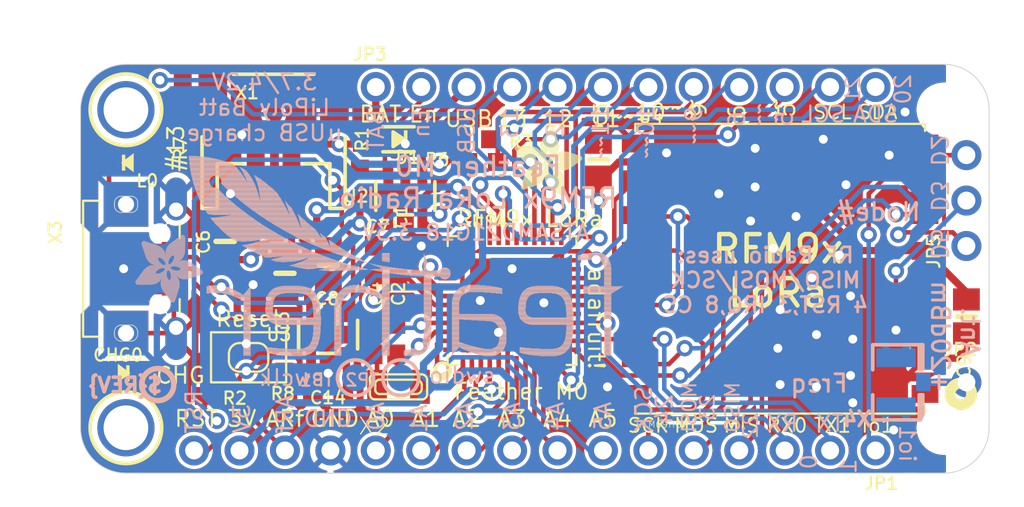
<source format=kicad_pcb>
(kicad_pcb (version 20221018) (generator pcbnew)
  (layers (0 "F.Cu" signal) (31 "B.Cu" signal) (34 "B.Paste" user) (35 "F.Paste" user) (36 "B.SilkS" user "B.Silkscreen") (37 "F.SilkS" user "F.Silkscreen") (38 "B.Mask" user) (39 "F.Mask" user) (44 "Edge.Cuts" user))
  (net 0 "")
  (net 1 "GND")
  (net 2 "MOSI")
  (net 3 "MISO")
  (net 4 "SCK")
  (net 5 "A5")
  (net 6 "A4")
  (net 7 "A3")
  (net 8 "A2")
  (net 9 "A1")
  (net 10 "D11")
  (net 11 "D12")
  (net 12 "+3V3")
  (net 13 "VBUS")
  (net 14 "VBAT")
  (net 15 "N$2")
  (net 16 "AREF")
  (net 17 "D13")
  (net 18 "A0")
  (net 19 "N$1")
  (net 20 "N$3")
  (net 21 "N$4")
  (net 22 "VDDCORE")
  (net 23 "SCL")
  (net 24 "SDA")
  (net 25 "D9")
  (net 26 "D6")
  (net 27 "D5")
  (net 28 "D1")
  (net 29 "D0")
  (net 30 "D10")
  (net 31 "D+")
  (net 32 "D-")
  (net 33 "~{RESET}")
  (net 34 "SWCLK")
  (net 35 "SWDIO")
  (net 36 "N$5")
  (net 37 "N$7")
  (net 38 "EN")
  (net 39 "D3_IRQ")
  (net 40 "D2")
  (net 41 "D4_RST")
  (net 42 "D8_CS")
  (net 43 "D7")
  (net 44 "ANT")
  (net 45 "DIO3")
  (net 46 "DIO2")
  (net 47 "DIO1")
  (net 48 "DIO5")
  (footprint "working:0603-NO" (layer "F.Cu") (at 140.7541 108.9406 90)
    (fp_text reference "C2")
    (fp_text value "22pF")
  )
  (footprint "working:0603-NO" (layer "F.Cu") (at 140.8811 104.6226 90)
    (fp_text reference "C1")
    (fp_text value "1uF")
  )
  (footprint "working:SOT23-5" (layer "F.Cu") (at 141.2621 100.9396 180)
    (fp_text reference "U2")
    (fp_text value "AP2112K-3.3")
  )
  (footprint "working:0603-NO" (layer "F.Cu") (at 139.5011 104.5716 90)
    (fp_text reference "C7")
    (fp_text value "1uF")
  )
  (footprint "working:FIDUCIAL_1MM" (layer "F.Cu") (at 133.8961 96.3676 -90)
    (fp_text reference "U$34" hide)
    (fp_text value "FIDUCIAL\"\"" hide)
  )
  (footprint "" (layer "F.Cu") (at 171.3611 96.1136)
    (fp_text reference "@HOLE0" hide)
    (fp_text value "")
  )
  (footprint "working:ADAFRUIT_3.5MM" (layer "F.Cu") (at 147.3581 100.9396)
    (fp_text reference "U$7" hide)
    (fp_text value "" hide)
  )
  (footprint "working:1X01_ROUND" (layer "F.Cu") (at 172.6311 111.3536)
    (fp_text reference "JP2")
    (fp_text value "")
  )
  (footprint "working:0805-NO" (layer "F.Cu") (at 131.1891 103.4746 90)
    (fp_text reference "C6")
    (fp_text value "10µF")
  )
  (footprint "working:0603-NO" (layer "F.Cu") (at 145.1991 97.7646)
    (fp_text reference "R3")
    (fp_text value "100k")
  )
  (footprint "working:SOD-123" (layer "F.Cu") (at 140.8811 97.7646 180)
    (fp_text reference "D1")
    (fp_text value "MBR120")
  )
  (footprint "working:1X12_ROUND" (layer "F.Cu") (at 153.5811 94.8436)
    (fp_text reference "JP3")
    (fp_text value "")
  )
  (footprint "working:FIDUCIAL_1MM" (layer "F.Cu") (at 169.5033 115.6646 -90)
    (fp_text reference "U$35" hide)
    (fp_text value "FIDUCIAL\"\"" hide)
  )
  (footprint "working:1X03_ROUND" (layer "F.Cu") (at 172.6311 101.1936 90)
    (fp_text reference "JP5")
    (fp_text value "")
  )
  (footprint "working:RFMHCW_SMT" (layer "F.Cu") (at 162.2171 105.0036)
    (fp_text reference "U4")
    (fp_text value "RFM69HCW")
  )
  (footprint "working:JSTPH2" (layer "F.Cu") (at 133.8961 97.1296)
    (fp_text reference "X1")
    (fp_text value "JSTPH")
  )
  (footprint "working:MOUNTINGHOLE_2.5_PLATED" (layer "F.Cu") (at 125.6411 113.8936 -90)
    (fp_text reference "U$32" hide)
    (fp_text value "MOUNTINGHOLE2.5" hide)
  )
  (footprint "working:KMR2" (layer "F.Cu") (at 132.4991 109.9566 180)
    (fp_text reference "SW1" hide)
    (fp_text value "SPST_TACT-KMR2" hide)
  )
  (footprint "working:0603-NO" (layer "F.Cu") (at 136.9441 112.1156 180)
    (fp_text reference "R8")
    (fp_text value "10K\\")
  )
  (footprint "working:0805-NO" (layer "F.Cu") (at 172.6311 107.6706 -90)
    (fp_text reference "C9")
    (fp_text value "10uF")
  )
  (footprint "working:0805-NO" (layer "F.Cu") (at 134.5311 105.2576 -90)
    (fp_text reference "C3")
    (fp_text value "10µF")
  )
  (footprint "working:0805-NO" (layer "F.Cu") (at 152.0571 98.9076 90)
    (fp_text reference "C5")
    (fp_text value "10uF")
  )
  (footprint "working:0603-NO" (layer "F.Cu") (at 129.1971 112.1156)
    (fp_text reference "R2")
    (fp_text value "1K")
  )
  (footprint "" (layer "F.Cu") (at 171.3611 113.8936)
    (fp_text reference "@HOLE1" hide)
    (fp_text value "")
  )
  (footprint "working:0603-NO" (layer "F.Cu") (at 133.8199 112.089007)
    (fp_text reference "C14")
    (fp_text value "1uF")
  )
  (footprint "working:0805-NO" (layer "F.Cu") (at 136.9591 104.8096 -90)
    (fp_text reference "C8")
    (fp_text value "10µF")
  )
  (footprint "working:4UCONN_20329_V2" (layer "F.Cu") (at 127.5461 105.0036 -90)
    (fp_text reference "X3")
    (fp_text value "microUSB")
    (fp_line (start -4.05 2.15) (end -4.05 1.6) (stroke (width 0.05)) (layer "Edge.Cuts"))
    (fp_line (start -3.7 1.25) (end -3.5 1.25) (stroke (width 0.05)) (layer "Edge.Cuts"))
    (fp_line (start -3.5 2.55) (end -3.7 2.55) (stroke (width 0.05)) (layer "Edge.Cuts"))
    (fp_line (start -3.15 1.6) (end -3.15 2.15) (stroke (width 0.05)) (layer "Edge.Cuts"))
    (fp_line (start 3.15 2.2) (end 3.15 1.6) (stroke (width 0.05)) (layer "Edge.Cuts"))
    (fp_line (start 4.05 1.6) (end 4.05 2.2) (stroke (width 0.05)) (layer "Edge.Cuts"))
    (fp_arc (start -4.05 1.6) (mid -3.947487 1.352513) (end -3.7 1.25) (stroke (width 0.05)) (layer "Edge.Cuts"))
    (fp_arc (start -3.7 2.55) (mid -3.957843 2.422487) (end -4.05 2.15) (stroke (width 0.05)) (layer "Edge.Cuts"))
    (fp_arc (start -3.5 1.25) (mid -3.252513 1.352513) (end -3.15 1.6) (stroke (width 0.05)) (layer "Edge.Cuts"))
    (fp_arc (start -3.15 2.15) (mid -3.242157 2.422487) (end -3.5 2.55) (stroke (width 0.05)) (layer "Edge.Cuts"))
    (fp_arc (start 3.15 1.6) (mid 3.302513 1.331802) (end 3.6 1.25) (stroke (width 0.05)) (layer "Edge.Cuts"))
    (fp_arc (start 3.6 1.25) (mid 3.897487 1.331802) (end 4.05 1.6) (stroke (width 0.05)) (layer "Edge.Cuts"))
    (fp_arc (start 3.6 2.55) (mid 3.302513 2.468198) (end 3.15 2.2) (stroke (width 0.05)) (layer "Edge.Cuts"))
    (fp_arc (start 4.05 2.2) (mid 3.897487 2.468198) (end 3.6 2.55) (stroke (width 0.05)) (layer "Edge.Cuts"))
  )
  (footprint "working:CHIPLED_0805_NOOUTLINE" (layer "F.Cu") (at 125.7461 99.0746 90)
    (fp_text reference "L0")
    (fp_text value "RED")
  )
  (footprint "working:0603-NO" (layer "F.Cu") (at 145.5801 99.0346 180)
    (fp_text reference "R6")
    (fp_text value "100K")
  )
  (footprint "working:CHIPLED_0805_NOOUTLINE" (layer "F.Cu") (at 125.5141 110.8456 -90)
    (fp_text reference "CHG0")
    (fp_text value "ORANGE")
  )
  (footprint "working:XTAL3215" (layer "F.Cu") (at 140.8811 111.6076)
    (fp_text reference "X2")
    (fp_text value "32.768")
  )
  (footprint "working:SOT23-5" (layer "F.Cu") (at 136.9441 108.6866 180)
    (fp_text reference "U3")
    (fp_text value "MCP73831T-2ACI/OT")
  )
  (footprint "working:MOUNTINGHOLE_2.5_PLATED" (layer "F.Cu") (at 125.6411 96.1136 -90)
    (fp_text reference "U$31" hide)
    (fp_text value "MOUNTINGHOLE2.5" hide)
  )
  (footprint "working:TQFN48_7MM" (layer "F.Cu") (at 147.2311 106.7816)
    (fp_text reference "U$4")
    (fp_text value "ATSAMD21G18_QFN")
  )
  (footprint "working:0603-NO" (layer "F.Cu") (at 128.8161 95.4786 -90)
    (fp_text reference "R7")
    (fp_text value "2.2K")
  )
  (footprint "working:0603-NO" (layer "F.Cu") (at 139.4841 108.9406 90)
    (fp_text reference "C4")
    (fp_text value "22pF")
  )
  (footprint "working:1X16_ROUND" (layer "F.Cu") (at 148.5011 115.1636 180)
    (fp_text reference "JP1")
    (fp_text value "")
  )
  (footprint "working:0603-NO" (layer "F.Cu") (at 138.7221 100.3046 90)
    (fp_text reference "R1")
    (fp_text value "100k")
  )
  (footprint "working:TESTPOINT_ROUND_1.5MM" (layer "B.Cu") (at 138.4681 111.0996 180)
    (fp_text reference "TP1")
    (fp_text value "")
  )
  (footprint "working:FEATHERLOGO" (layer "B.Cu") (at 153.4541 109.9566 180)
    (fp_text reference "U$9" hide)
    (fp_text value "" hide)
  )
  (footprint "working:U.FL" (layer "B.Cu") (at 168.6941 111.3536)
    (fp_text reference "X4")
    (fp_text value "uFL")
  )
  (footprint "working:PCBFEAT-REV-040" (layer "B.Cu") (at 127.4191 111.4806 180)
    (fp_text reference "U$13" hide)
    (fp_text value "" hide)
  )
  (footprint "working:TESTPOINT_ROUND_1.5MM" (layer "B.Cu") (at 141.0081 111.0996 180)
    (fp_text reference "TP2")
    (fp_text value "")
  )
  (footprint "working:ADAFRUIT_3.5MM" (layer "B.Cu") (at 126.1491 103.0986)
    (fp_text reference "U$12" hide)
    (fp_text value "" hide)
  )
  (gr_line (start 171.3611 93.5736) (end 125.6411 93.5736) (stroke (width 0.05)) (layer "Edge.Cuts"))
  (gr_arc (start 125.6411 116.4336) (mid 123.845049 115.689651) (end 123.1011 113.8936) (stroke (width 0.05)) (layer "Edge.Cuts"))
  (gr_arc (start 123.1011 96.1136) (mid 123.845049 94.317549) (end 125.6411 93.5736) (stroke (width 0.05)) (layer "Edge.Cuts"))
  (gr_line (start 173.9011 113.8936) (end 173.9011 96.1136) (stroke (width 0.05)) (layer "Edge.Cuts"))
  (gr_line (start 123.6091 107.0356) (end 123.1011 107.5436) (stroke (width 0.05)) (layer "Edge.Cuts"))
  (gr_arc (start 171.3611 93.5736) (mid 173.157151 94.317549) (end 173.9011 96.1136) (stroke (width 0.05)) (layer "Edge.Cuts"))
  (gr_line (start 123.1011 107.5436) (end 123.1011 113.8936) (stroke (width 0.05)) (layer "Edge.Cuts"))
  (gr_line (start 123.6091 102.9716) (end 123.6091 107.0356) (stroke (width 0.05)) (layer "Edge.Cuts"))
  (gr_line (start 123.1011 96.1136) (end 123.1011 102.4636) (stroke (width 0.05)) (layer "Edge.Cuts"))
  (gr_line (start 123.1011 102.4636) (end 123.6091 102.9716) (stroke (width 0.05)) (layer "Edge.Cuts"))
  (gr_line (start 125.6411 116.4336) (end 171.3611 116.4336) (stroke (width 0.05)) (layer "Edge.Cuts"))
  (gr_arc (start 173.9011 113.8936) (mid 173.157151 115.689651) (end 171.3611 116.4336) (stroke (width 0.05)) (layer "Edge.Cuts"))
  (gr_text "10~~" (at 154.7241 97.3836 -270) (layer "B.SilkS") (effects (font (size 0.89408 0.89408) (thickness 0.12192)) (justify mirror)))
  (gr_text "3.7/4.2V\nLiPoly Batt\nµUSB charge" (at 133.3881 95.9866) (layer "B.SilkS") (effects (font (size 0.88392 0.88392) (thickness 0.13208)) (justify mirror)))
  (gr_text "D5" (at 171.1071 103.6066 -90) (layer "B.SilkS") (effects (font (size 0.89408 0.89408) (thickness 0.12192)) (justify mirror)))
  (gr_text "A0" (at 139.6111 113.2586 -270) (layer "B.SilkS") (effects (font (size 0.89408 0.89408) (thickness 0.12192)) (justify mirror)))
  (gr_text "+20dBm" (at 170.5991 112.0521 -90) (layer "B.SilkS") (effects (font (size 0.98298 0.98298) (thickness 0.16002)) (justify left bottom mirror)))
  (gr_text "swclk" (at 134.9121 111.0996) (layer "B.SilkS") (effects (font (size 0.89408 0.89408) (thickness 0.12192)) (justify mirror)))
  (gr_text "BAT" (at 139.6111 97.2566 -270) (layer "B.SilkS") (effects (font (size 0.89408 0.89408) (thickness 0.12192)) (justify mirror)))
  (gr_text "Feather M0\nRFM9x LoRa Radio" (at 145.3261 100.1776) (layer "B.SilkS") (effects (font (size 1.1049 1.1049) (thickness 0.1651)) (justify mirror)))
  (gr_text "24" (at 155.7401 112.8776 -270) (layer "B.SilkS") (effects (font (size 0.89408 0.89408) (thickness 0.12192)) (justify mirror)))
  (gr_text "ATSAMD21G18 3.3V" (at 145.1991 102.9716) (layer "B.SilkS") (effects (font (size 0.88392 0.88392) (thickness 0.13208)) (justify mirror)))
  (gr_text "A4" (at 149.6441 113.2586 -270) (layer "B.SilkS") (effects (font (size 0.89408 0.89408) (thickness 0.12192)) (justify mirror)))
  (gr_text "Node#" (at 170.1546 102.4001) (layer "B.SilkS") (effects (font (size 0.98298 0.98298) (thickness 0.16002)) (justify left bottom mirror)))
  (gr_text "Ant." (at 172.2501 110.0201 -90) (layer "B.SilkS") (effects (font (size 0.98298 0.98298) (thickness 0.16002)) (justify left bottom mirror)))
  (gr_text "23" (at 158.1531 112.7506 -270) (layer "B.SilkS") (effects (font (size 0.78232 0.78232) (thickness 0.10668)) (justify mirror)))
  (gr_text "9~~" (at 157.3911 97.0026 -270) (layer "B.SilkS") (effects (font (size 0.89408 0.89408) (thickness 0.12192)) (justify mirror)))
  (gr_text "SCK" (at 154.5971 112.8776 -270) (layer "B.SilkS") (effects (font (size 0.89408 0.89408) (thickness 0.12192)) (justify mirror)))
  (gr_text "A3" (at 147.2311 113.2586 -270) (layer "B.SilkS") (effects (font (size 0.89408 0.89408) (thickness 0.12192)) (justify mirror)))
  (gr_text "D3" (at 171.1071 100.9396 -90) (layer "B.SilkS") (effects (font (size 0.89408 0.89408) (thickness 0.12192)) (justify mirror)))
  (gr_text "swdio" (at 144.4371 110.9726) (layer "B.SilkS") (effects (font (size 0.89408 0.89408) (thickness 0.12192)) (justify mirror)))
  (gr_text "A5" (at 152.3111 113.2586 -270) (layer "B.SilkS") (effects (font (size 0.89408 0.89408) (thickness 0.12192)) (justify mirror)))
  (gr_text "SCL" (at 164.6301 96.3676) (layer "B.SilkS") (effects (font (size 0.89408 0.89408) (thickness 0.12192)) (justify mirror)))
  (gr_text "20" (at 169.0751 94.9706 -270) (layer "B.SilkS") (effects (font (size 0.89408 0.89408) (thickness 0.12192)) (justify mirror)))
  (gr_text "ARf" (at 134.5311 113.1316 -270) (layer "B.SilkS") (effects (font (size 0.89408 0.89408) (thickness 0.12192)) (justify mirror)))
  (gr_text "11~~" (at 152.1841 97.3836 -270) (layer "B.SilkS") (effects (font (size 0.89408 0.89408) (thickness 0.12192)) (justify mirror)))
  (gr_text "SDA" (at 167.5511 96.3676) (layer "B.SilkS") (effects (font (size 0.89408 0.89408) (thickness 0.12192)) (justify mirror)))
  (gr_text "RST" (at 129.4511 113.0046 -270) (layer "B.SilkS") (effects (font (size 0.89408 0.89408) (thickness 0.12192)) (justify mirror)))
  (gr_text "1" (at 166.0271 116.0526 -270) (layer "B.SilkS") (effects (font (size 0.89408 0.89408) (thickness 0.12192)) (justify mirror)))
  (gr_text "~~" (at 161.0741 96.3676 -90) (layer "B.SilkS") (effects (font (size 0.89408 0.89408) (thickness 0.12192)) (justify mirror)))
  (gr_text "MISO" (at 159.5501 112.7506 -270) (layer "B.SilkS") (effects (font (size 0.78232 0.78232) (thickness 0.10668)) (justify mirror)))
  (gr_text "22" (at 160.5661 113.7666 -270) (layer "B.SilkS") (effects (font (size 0.78232 0.78232) (thickness 0.10668)) (justify mirror)))
  (gr_text "MOSI" (at 157.1371 112.7506 -270) (layer "B.SilkS") (effects (font (size 0.78232 0.78232) (thickness 0.10668)) (justify mirror)))
  (gr_text "TX" (at 165.0111 113.6396) (layer "B.SilkS") (effects (font (size 0.89408 0.89408) (thickness 0.12192)) (justify mirror)))
  (gr_text "12" (at 149.6441 96.8756 -270) (layer "B.SilkS") (effects (font (size 0.89408 0.89408) (thickness 0.12192)) (justify mirror)))
  (gr_text "A1" (at 142.0241 113.3856 -270) (layer "B.SilkS") (effects (font (size 0.89408 0.89408) (thickness 0.12192)) (justify mirror)))
  (gr_text "io1" (at 169.3291 114.7826 -90) (layer "B.SilkS") (effects (font (size 0.89408 0.89408) (thickness 0.12192)) (justify mirror)))
  (gr_text "RX" (at 162.3441 113.6396) (layer "B.SilkS") (effects (font (size 0.89408 0.89408) (thickness 0.12192)) (justify mirror)))
  (gr_text "6" (at 159.8041 96.6216 -270) (layer "B.SilkS") (effects (font (size 0.89408 0.89408) (thickness 0.12192)) (justify mirror)))
  (gr_text "5" (at 162.4711 96.6216 -270) (layer "B.SilkS") (effects (font (size 0.89408 0.89408) (thickness 0.12192)) (justify mirror)))
  (gr_text "Freq" (at 166.0906 111.9886) (layer "B.SilkS") (effects (font (size 0.98298 0.98298) (thickness 0.16002)) (justify left bottom mirror)))
  (gr_text "21" (at 166.2811 94.9706 -270) (layer "B.SilkS") (effects (font (size 0.78232 0.78232) (thickness 0.10668)) (justify mirror)))
  (gr_text "RF Radio uses:\nMISO/MOSI/SCK\n4 RST,3 IRQ,8 CS" (at 161.3916 105.6386) (layer "B.SilkS") (effects (font (size 0.8636 0.8636) (thickness 0.1524)) (justify mirror)))
  (gr_text "En" (at 142.1511 96.8756 -270) (layer "B.SilkS") (effects (font (size 0.89408 0.89408) (thickness 0.12192)) (justify mirror)))
  (gr_text "USB" (at 144.6911 97.2566 -270) (layer "B.SilkS") (effects (font (size 0.89408 0.89408) (thickness 0.12192)) (justify mirror)))
  (gr_text "D2" (at 171.1071 98.3996 -90) (layer "B.SilkS") (effects (font (size 0.89408 0.89408) (thickness 0.12192)) (justify mirror)))
  (gr_text "A2" (at 144.5641 113.2586 -270) (layer "B.SilkS") (effects (font (size 0.89408 0.89408) (thickness 0.12192)) (justify mirror)))
  (gr_text "GND" (at 136.9441 113.3856) (layer "B.SilkS") (effects (font (size 0.89408 0.89408) (thickness 0.12192)) (justify mirror)))
  (gr_text "3V" (at 132.1181 113.3856 -270) (layer "B.SilkS") (effects (font (size 0.89408 0.89408) (thickness 0.12192)) (justify mirror)))
  (gr_text "0" (at 163.7411 115.7986 -90) (layer "B.SilkS") (effects (font (size 0.89408 0.89408) (thickness 0.12192)) (justify mirror)))
  (gr_text "13" (at 147.1041 96.8756 -270) (layer "B.SilkS") (effects (font (size 0.89408 0.89408) (thickness 0.12192)) (justify mirror)))
  (gr_text "10" (at 154.9781 96.2406) (layer "F.SilkS") (effects (font (size 0.89408 0.89408) (thickness 0.12192))))
  (gr_text "RFM9x LoRa" (at 148.2471 102.2096) (layer "F.SilkS") (effects (font (size 0.89408 0.89408) (thickness 0.12192))))
  (gr_text "9" (at 157.6451 96.1136 90) (layer "F.SilkS") (effects (font (size 0.89408 0.89408) (thickness 0.12192))))
  (gr_text "MIS" (at 160.0581 113.7666) (layer "F.SilkS") (effects (font (size 0.78232 0.78232) (thickness 0.10668))))
  (gr_text "12" (at 149.7711 96.6216) (layer "F.SilkS") (effects (font (size 0.89408 0.89408) (thickness 0.12192))))
  (gr_text "ARf" (at 134.5311 113.3856) (layer "F.SilkS") (effects (font (size 0.89408 0.89408) (thickness 0.12192))))
  (gr_text "En" (at 142.2781 96.3676) (layer "F.SilkS") (effects (font (size 0.89408 0.89408) (thickness 0.12192))))
  (gr_text "RX0" (at 162.5981 113.7666) (layer "F.SilkS") (effects (font (size 0.78232 0.78232) (thickness 0.10668))))
  (gr_text "MOS" (at 157.5181 113.7666) (layer "F.SilkS") (effects (font (size 0.78232 0.78232) (thickness 0.10668))))
  (gr_text "SCK" (at 154.8511 113.7666) (layer "F.SilkS") (effects (font (size 0.78232 0.78232) (thickness 0.10668))))
  (gr_text "Reset" (at 132.4991 107.7976) (layer "F.SilkS") (effects (font (size 0.89408 0.89408) (thickness 0.12192))))
  (gr_text "USB" (at 144.8181 96.6216) (layer "F.SilkS") (effects (font (size 0.89408 0.89408) (thickness 0.12192))))
  (gr_text "~~" (at 161.9631 96.1136 90) (layer "F.SilkS") (effects (font (size 0.89408 0.89408) (thickness 0.12192))))
  (gr_text "GND" (at 137.3251 113.3856) (layer "F.SilkS") (effects (font (size 0.89408 0.89408) (thickness 0.12192))))
  (gr_text "io1" (at 167.6781 113.7666) (layer "F.SilkS") (effects (font (size 0.78232 0.78232) (thickness 0.10668))))
  (gr_text "#13" (at 128.4351 98.2726 90) (layer "F.SilkS") (effects (font (size 0.89408 0.89408) (thickness 0.12192))))
  (gr_text "~~" (at 156.1211 95.9866) (layer "F.SilkS") (effects (font (size 0.89408 0.89408) (thickness 0.12192))))
  (gr_text "SDA" (at 167.6781 96.2406) (layer "F.SilkS") (effects (font (size 0.78232 0.78232) (thickness 0.10668))))
  (gr_text "A2" (at 144.6911 113.3856) (layer "F.SilkS") (effects (font (size 0.89408 0.89408) (thickness 0.12192))))
  (gr_text "3V" (at 132.1181 113.3856) (layer "F.SilkS") (effects (font (size 0.89408 0.89408) (thickness 0.12192))))
  (gr_text "CHG" (at 128.6891 110.9726) (layer "F.SilkS") (effects (font (size 0.89408 0.89408) (thickness 0.12192))))
  (gr_text "Feather M0" (at 147.7391 111.8616) (layer "F.SilkS") (effects (font (size 0.89408 0.89408) (thickness 0.12192))))
  (gr_text "A4" (at 149.7711 113.3856) (layer "F.SilkS") (effects (font (size 0.89408 0.89408) (thickness 0.12192))))
  (gr_text "A0" (at 139.8651 113.3856) (layer "F.SilkS") (effects (font (size 0.89408 0.89408) (thickness 0.12192))))
  (gr_text "BAT" (at 139.8651 96.3676) (layer "F.SilkS") (effects (font (size 0.89408 0.89408) (thickness 0.12192))))
  (gr_text "RFM9x\nLoRa" (at 162.0901 105.1306) (layer "F.SilkS") (effects (font (size 1.52908 1.52908) (thickness 0.24892))))
  (gr_text "~~" (at 157.2641 96.1136 90) (layer "F.SilkS") (effects (font (size 0.89408 0.89408) (thickness 0.12192))))
  (gr_text "adafruit!" (at 151.9301 107.7976 270) (layer "F.SilkS") (effects (font (size 0.89408 0.89408) (thickness 0.12192))))
  (gr_text "TX1" (at 165.1381 113.7666) (layer "F.SilkS") (effects (font (size 0.78232 0.78232) (thickness 0.10668))))
  (gr_text "RST" (at 129.5781 113.3856) (layer "F.SilkS") (effects (font (size 0.89408 0.89408) (thickness 0.12192))))
  (gr_text "A5" (at 152.3111 113.3856) (layer "F.SilkS") (effects (font (size 0.89408 0.89408) (thickness 0.12192))))
  (gr_text "5" (at 162.5981 96.1136 90) (layer "F.SilkS") (effects (font (size 0.89408 0.89408) (thickness 0.12192))))
  (gr_text "A3" (at 147.2311 113.3856) (layer "F.SilkS") (effects (font (size 0.89408 0.89408) (thickness 0.12192))))
  (gr_text "A1" (at 142.4051 113.3856) (layer "F.SilkS") (effects (font (size 0.89408 0.89408) (thickness 0.12192))))
  (gr_text "11" (at 152.4381 96.6216) (layer "F.SilkS") (effects (font (size 0.89408 0.89408) (thickness 0.12192))))
  (gr_text "SCL" (at 165.1381 96.2406) (layer "F.SilkS") (effects (font (size 0.78232 0.78232) (thickness 0.10668))))
  (gr_text "6" (at 159.8041 96.2406 90) (layer "F.SilkS") (effects (font (size 0.89408 0.89408) (thickness 0.12192))))
  (gr_text "13" (at 147.2311 96.6216) (layer "F.SilkS") (effects (font (size 0.89408 0.89408) (thickness 0.12192))))
  (gr_text "~~" (at 153.4541 96.4946) (layer "F.SilkS") (effects (font (size 0.89408 0.89408) (thickness 0.12192))))
  (segment (start 125.6461 108.6036) (end 128.1461 108.6036) (width 0.254) (layer "F.Cu") (net 1))
  (segment (start 137.0711 105.7596) (end 136.9591 105.7596) (width 0.254) (layer "F.Cu") (net 1))
  (segment (start 146.4811 107.5316) (end 147.2311 106.7816) (width 0.254) (layer "F.Cu") (net 1))
  (segment (start 146.9811 106.5316) (end 147.2311 106.7816) (width 0.254) (layer "F.Cu") (net 1))
  (segment (start 147.4811 107.0316) (end 147.2311 106.7816) (width 0.254) (layer "F.Cu") (net 1))
  (segment (start 172.6311 109.4486) (end 172.6311 108.6206) (width 0.4064) (layer "F.Cu") (net 1))
  (segment (start 146.4811 107.5316) (end 146.4691 107.5436) (width 0.254) (layer "F.Cu") (net 1))
  (segment (start 126.0961 106.3036) (end 125.5461 105.7536) (width 0.254) (layer "F.Cu") (net 1))
  (segment (start 134.4991 109.1566) (end 134.6201 109.1566) (width 0.254) (layer "F.Cu") (net 1))
  (segment (start 172.8851 108.3666) (end 172.6311 108.6206) (width 0.4064) (layer "F.Cu") (net 1))
  (segment (start 146.4691 107.5436) (end 146.4691 108.5596) (width 0.254) (layer "F.Cu") (net 1))
  (segment (start 143.1711 106.5316) (end 141.7701 105.1306) (width 0.254) (layer "F.Cu") (net 1))
  (segment (start 144.7301 99.0346) (end 144.4371 99.0346) (width 0.254) (layer "F.Cu") (net 1))
  (segment (start 128.1461 108.6036) (end 128.4461 108.3036) (width 0.254) (layer "F.Cu") (net 1))
  (segment (start 143.7561 106.5316) (end 143.1711 106.5316) (width 0.254) (layer "F.Cu") (net 1))
  (segment (start 146.4811 110.2566) (end 146.4811 107.5316) (width 0.254) (layer "F.Cu") (net 1))
  (segment (start 150.7061 107.0316) (end 147.4811 107.0316) (width 0.254) (layer "F.Cu") (net 1))
  (segment (start 141.7701 105.1306) (end 141.7701 104.1146) (width 0.254) (layer "F.Cu") (net 1))
  (segment (start 128.3211 108.1786) (end 128.4461 108.3036) (width 0.254) (layer "F.Cu") (net 1))
  (segment (start 143.1671 100.3046) (end 143.0401 100.3046) (width 0.254) (layer "F.Cu") (net 1))
  (segment (start 144.9811 103.3066) (end 144.9811 104.5316) (width 0.254) (layer "F.Cu") (net 1))
  (segment (start 124.6961 101.4036) (end 125.6461 101.4036) (width 0.254) (layer "F.Cu") (net 1))
  (segment (start 128.3211 106.3036) (end 126.0961 106.3036) (width 0.254) (layer "F.Cu") (net 1))
  (segment (start 144.9811 104.5316) (end 147.2311 106.7816) (width 0.254) (layer "F.Cu") (net 1))
  (segment (start 141.7701 104.1146) (end 142.1511 103.7336) (width 0.254) (layer "F.Cu") (net 1))
  (segment (start 172.0761 110.0036) (end 172.6311 109.4486) (width 0.4064) (layer "F.Cu") (net 1))
  (segment (start 170.3171 110.0036) (end 172.0761 110.0036) (width 0.4064) (layer "F.Cu") (net 1))
  (segment (start 130.4991 109.1566) (end 134.4991 109.1566) (width 0.254) (layer "F.Cu") (net 1))
  (segment (start 144.4371 99.0346) (end 143.1671 100.3046) (width 0.254) (layer "F.Cu") (net 1))
  (segment (start 141.2621 99.6395) (end 141.2621 98.3996) (width 0.254) (layer "F.Cu") (net 1))
  (segment (start 124.6961 99.0746) (end 124.6961 101.4036) (width 0.254) (layer "F.Cu") (net 1))
  (segment (start 150.7061 107.0316) (end 151.2911 107.0316) (width 0.254) (layer "F.Cu") (net 1))
  (segment (start 151.2911 107.0316) (end 151.2951 107.0356) (width 0.254) (layer "F.Cu") (net 1))
  (segment (start 140.7541 108.0906) (end 139.4841 108.0906) (width 0.254) (layer "F.Cu") (net 1))
  (segment (start 128.3211 106.3036) (end 128.3211 108.1786) (width 0.254) (layer "F.Cu") (net 1))
  (segment (start 143.7561 106.5316) (end 146.9811 106.5316) (width 0.254) (layer "F.Cu") (net 1))
  (via (at 142.1511 103.7336) (size 0.9064) (drill 0.5) (layers "F.Cu" "B.Cu") (net 1))
  (via (at 145.4531 106.7816) (size 0.9064) (drill 0.5) (layers "F.Cu" "B.Cu") (net 1))
  (via (at 146.4691 108.5596) (size 0.9064) (drill 0.5) (layers "F.Cu" "B.Cu") (net 1))
  (via (at 160.8201 98.2726) (size 0.9064) (drill 0.5) (layers "F.Cu" "B.Cu") (net 1))
  (via (at 164.2491 108.6866) (size 0.9064) (drill 0.5) (layers "F.Cu" "B.Cu") (net 1))
  (via (at 163.1061 102.0826) (size 0.9064) (drill 0.5) (layers "F.Cu" "B.Cu") (net 1))
  (via (at 168.5671 114.0206) (size 0.9064) (drill 0.5) (layers "F.Cu" "B.Cu") (net 1))
  (via (at 152.5651 111.6076) (size 0.9064) (drill 0.5) (layers "F.Cu" "B.Cu") (net 1))
  (via (at 147.2311 105.0036) (size 0.9064) (drill 0.5) (layers "F.Cu" "B.Cu") (net 1))
  (via (at 161.8361 103.8606) (size 0.9064) (drill 0.5) (layers "F.Cu" "B.Cu") (net 1))
  (via (at 136.9441 110.8456) (size 0.9064) (drill 0.5) (layers "F.Cu" "B.Cu") (net 1))
  (via (at 165.9001 100.3046) (size 0.9064) (drill 0.5) (layers "F.Cu" "B.Cu") (net 1))
  (via (at 162.0901 109.4486) (size 0.9064) (drill 0.5) (layers "F.Cu" "B.Cu") (net 1))
  (via (at 163.9951 105.5116) (size 0.9064) (drill 0.5) (layers "F.Cu" "B.Cu") (net 1))
  (via (at 168.3131 98.6536) (size 0.9064) (drill 0.5) (layers "F.Cu" "B.Cu") (net 1))
  (via (at 158.7881 100.8126) (size 0.9064) (drill 0.5) (layers "F.Cu" "B.Cu") (net 1))
  (via (at 141.2621 98.0186) (size 0.9064) (drill 0.5) (layers "F.Cu" "B.Cu") (net 1))
  (via (at 125.5141 105.0036) (size 0.9064) (drill 0.5) (layers "F.Cu" "B.Cu") (net 1))
  (via (at 169.2021 96.2406) (size 0.9064) (drill 0.5) (layers "F.Cu" "B.Cu") (net 1))
  (via (at 160.8201 100.4316) (size 0.9064) (drill 0.5) (layers "F.Cu" "B.Cu") (net 1))
  (via (at 160.5661 102.3366) (size 0.9064) (drill 0.5) (layers "F.Cu" "B.Cu") (net 1))
  (via (at 149.0091 106.9086) (size 0.9064) (drill 0.5) (layers "F.Cu" "B.Cu") (net 1))
  (via (at 166.1541 106.5276) (size 0.9064) (drill 0.5) (layers "F.Cu" "B.Cu") (net 1))
  (via (at 162.2171 111.4806) (size 0.9064) (drill 0.5) (layers "F.Cu" "B.Cu") (net 1))
  (via (at 168.6941 108.4326) (size 0.9064) (drill 0.5) (layers "F.Cu" "B.Cu") (net 1))
  (via (at 132.7531 105.8926) (size 0.9064) (drill 0.5) (layers "F.Cu" "B.Cu") (net 1))
  (via (at 131.4831 100.8126) (size 0.9064) (drill 0.5) (layers "F.Cu" "B.Cu") (net 1))
  (via (at 166.1541 110.9726) (size 0.9064) (drill 0.5) (layers "F.Cu" "B.Cu") (net 1))
  (via (at 166.2811 112.4966) (size 0.9064) (drill 0.5) (layers "F.Cu" "B.Cu") (net 1))
  (via (at 166.2811 108.9406) (size 0.9064) (drill 0.5) (layers "F.Cu" "B.Cu") (net 1))
  (via (at 164.6301 97.7646) (size 0.9064) (drill 0.5) (layers "F.Cu" "B.Cu") (net 1))
  (via (at 155.8671 98.5266) (size 0.9064) (drill 0.5) (layers "F.Cu" "B.Cu") (net 1))
  (via (at 162.2171 107.2896) (size 0.9064) (drill 0.5) (layers "F.Cu" "B.Cu") (net 1))
  (via (at 132.3721 109.1946) (size 0.9064) (drill 0.5) (layers "F.Cu" "B.Cu") (net 1))
  (via (at 164.2491 111.6076) (size 0.9064) (drill 0.5) (layers "F.Cu" "B.Cu") (net 1))
  (via (at 165.5191 104.2416) (size 0.9064) (drill 0.5) (layers "F.Cu" "B.Cu") (net 1))
  (via (at 132.1181 97.5106) (size 0.9064) (drill 0.5) (layers "F.Cu" "B.Cu") (net 1))
  (segment (start 154.1171 102.0036) (end 154.1961 102.0826) (width 0.254) (layer "F.Cu") (net 2))
  (segment (start 153.3271 107.0356) (end 155.8671 107.0356) (width 0.254) (layer "F.Cu") (net 2))
  (segment (start 152.8231 106.5316) (end 153.3271 107.0356) (width 0.254) (layer "F.Cu") (net 2))
  (segment (start 157.3911 115.1636) (end 157.7721 115.1636) (width 0.254) (layer "F.Cu") (net 2))
  (segment (start 160.5661 105.6386) (end 157.0101 102.0826) (width 0.254) (layer "F.Cu") (net 2))
  (segment (start 154.1961 102.0826) (end 156.5021 102.0826) (width 0.254) (layer "F.Cu") (net 2))
  (segment (start 156.5021 102.0826) (end 156.4231 102.0036) (width 0.254) (layer "F.Cu") (net 2))
  (segment (start 160.5661 112.3696) (end 160.5661 105.6386) (width 0.254) (layer "F.Cu") (net 2))
  (segment (start 150.7061 106.5316) (end 152.8231 106.5316) (width 0.254) (layer "F.Cu") (net 2))
  (segment (start 157.7721 115.1636) (end 160.5661 112.3696) (width 0.254) (layer "F.Cu") (net 2))
  (segment (start 157.0101 102.0826) (end 156.5021 102.0826) (width 0.254) (layer "F.Cu") (net 2))
  (via (at 155.8671 107.0356) (size 0.9064) (drill 0.5) (layers "F.Cu" "B.Cu") (net 2))
  (via (at 156.5021 102.0826) (size 0.9064) (drill 0.5) (layers "F.Cu" "B.Cu") (net 2))
  (segment (start 155.8671 107.0356) (end 156.5021 106.4006) (width 0.254) (layer "B.Cu") (net 2))
  (segment (start 156.5021 106.4006) (end 156.5021 102.0826) (width 0.254) (layer "B.Cu") (net 2))
  (segment (start 150.7061 105.5316) (end 152.0371 105.5316) (width 0.254) (layer "F.Cu") (net 3))
  (segment (start 152.9461 101.1936) (end 154.1361 100.0036) (width 0.254) (layer "F.Cu") (net 3))
  (segment (start 161.2011 113.8936) (end 159.9311 115.1636) (width 0.254) (layer "F.Cu") (net 3))
  (segment (start 161.2011 104.6226) (end 161.2011 113.8936) (width 0.254) (layer "F.Cu") (net 3))
  (segment (start 152.0371 105.5316) (end 152.9461 104.6226) (width 0.254) (layer "F.Cu") (net 3))
  (segment (start 152.9461 104.6226) (end 152.9461 101.1936) (width 0.254) (layer "F.Cu") (net 3))
  (segment (start 154.1361 100.0036) (end 154.1171 100.0036) (width 0.254) (layer "F.Cu") (net 3))
  (segment (start 156.5821 100.0036) (end 161.2011 104.6226) (width 0.254) (layer "F.Cu") (net 3))
  (segment (start 154.1171 100.0036) (end 156.5821 100.0036) (width 0.254) (layer "F.Cu") (net 3))
  (segment (start 150.7181 106.0196) (end 150.7061 106.0316) (width 0.254) (layer "F.Cu") (net 4))
  (segment (start 153.4541 104.8766) (end 153.4541 104.2416) (width 0.254) (layer "F.Cu") (net 4))
  (segment (start 154.8511 115.1636) (end 154.8511 114.0206) (width 0.254) (layer "F.Cu") (net 4))
  (segment (start 152.3111 106.0196) (end 150.7181 106.0196) (width 0.254) (layer "F.Cu") (net 4))
  (segment (start 154.1331 103.9876) (end 154.1171 104.0036) (width 0.254) (layer "F.Cu") (net 4))
  (segment (start 159.0421 106.5276) (end 156.5021 103.9876) (width 0.254) (layer "F.Cu") (net 4))
  (segment (start 153.6921 104.0036) (end 154.1171 104.0036) (width 0.254) (layer "F.Cu") (net 4))
  (segment (start 153.4541 104.2416) (end 153.6921 104.0036) (width 0.254) (layer "F.Cu") (net 4))
  (segment (start 154.9781 113.8936) (end 157.7721 113.8936) (width 0.254) (layer "F.Cu") (net 4))
  (segment (start 159.0421 112.6236) (end 159.0421 106.5276) (width 0.254) (layer "F.Cu") (net 4))
  (segment (start 157.7721 113.8936) (end 159.0421 112.6236) (width 0.254) (layer "F.Cu") (net 4))
  (segment (start 154.8511 114.0206) (end 154.9781 113.8936) (width 0.254) (layer "F.Cu") (net 4))
  (segment (start 156.5021 103.9876) (end 154.1331 103.9876) (width 0.254) (layer "F.Cu") (net 4))
  (segment (start 152.3111 106.0196) (end 153.4541 104.8766) (width 0.254) (layer "F.Cu") (net 4))
  (segment (start 143.2031 109.0316) (end 143.0401 109.1946) (width 0.254) (layer "F.Cu") (net 5))
  (segment (start 143.0401 109.1946) (end 143.0401 110.3376) (width 0.254) (layer "F.Cu") (net 5))
  (segment (start 143.7561 109.0316) (end 143.2031 109.0316) (width 0.254) (layer "F.Cu") (net 5))
  (segment (start 143.0401 110.3376) (end 143.2941 110.5916) (width 0.254) (layer "F.Cu") (net 5))
  (via (at 143.2941 110.5916) (size 0.9064) (drill 0.5) (layers "F.Cu" "B.Cu") (net 5))
  (segment (start 149.6441 113.8936) (end 150.2791 113.8936) (width 0.254) (layer "B.Cu") (net 5))
  (segment (start 151.5491 115.1636) (end 152.3111 115.1636) (width 0.254) (layer "B.Cu") (net 5))
  (segment (start 150.2791 113.8936) (end 151.5491 115.1636) (width 0.254) (layer "B.Cu") (net 5))
  (segment (start 143.9291 109.9566) (end 147.2311 109.9566) (width 0.254) (layer "B.Cu") (net 5))
  (segment (start 143.2941 110.5916) (end 143.9291 109.9566) (width 0.254) (layer "B.Cu") (net 5))
  (segment (start 148.3741 112.6236) (end 149.6441 113.8936) (width 0.254) (layer "B.Cu") (net 5))
  (segment (start 148.3741 111.0996) (end 148.3741 112.6236) (width 0.254) (layer "B.Cu") (net 5))
  (segment (start 147.2311 109.9566) (end 148.3741 111.0996) (width 0.254) (layer "B.Cu") (net 5))
  (segment (start 148.9811 114.3736) (end 149.7711 115.1636) (width 0.254) (layer "F.Cu") (net 6))
  (segment (start 148.9811 110.2566) (end 148.9811 114.3736) (width 0.254) (layer "F.Cu") (net 6))
  (segment (start 148.4811 113.9136) (end 147.2311 115.1636) (width 0.254) (layer "F.Cu") (net 7))
  (segment (start 148.4811 110.2566) (end 148.4811 113.9136) (width 0.254) (layer "F.Cu") (net 7))
  (segment (start 147.9811 113.6516) (end 147.7391 113.8936) (width 0.254) (layer "F.Cu") (net 8))
  (segment (start 144.9451 115.1636) (end 144.6911 115.1636) (width 0.254) (layer "F.Cu") (net 8))
  (segment (start 145.4531 115.1636) (end 144.6911 115.1636) (width 0.254) (layer "F.Cu") (net 8))
  (segment (start 147.7391 113.8936) (end 146.7231 113.8936) (width 0.254) (layer "F.Cu") (net 8))
  (segment (start 146.7231 113.8936) (end 145.4531 115.1636) (width 0.254) (layer "F.Cu") (net 8))
  (segment (start 147.9811 110.2566) (end 147.9811 113.6516) (width 0.254) (layer "F.Cu") (net 8))
  (segment (start 147.4851 112.1236) (end 147.4851 113.2586) (width 0.254) (layer "F.Cu") (net 9))
  (segment (start 145.9611 113.8936) (end 144.1831 113.8936) (width 0.254) (layer "F.Cu") (net 9))
  (segment (start 144.1831 113.8936) (end 142.9131 115.1636) (width 0.254) (layer "F.Cu") (net 9))
  (segment (start 147.4811 112.1196) (end 147.4851 112.1236) (width 0.254) (layer "F.Cu") (net 9))
  (segment (start 146.5961 113.2586) (end 145.9611 113.8936) (width 0.254) (layer "F.Cu") (net 9))
  (segment (start 147.4811 110.2566) (end 147.4811 112.1196) (width 0.254) (layer "F.Cu") (net 9))
  (segment (start 142.9131 115.1636) (end 142.1511 115.1636) (width 0.254) (layer "F.Cu") (net 9))
  (segment (start 147.4851 113.2586) (end 146.5961 113.2586) (width 0.254) (layer "F.Cu") (net 9))
  (segment (start 150.6601 102.2096) (end 150.6601 101.1936) (width 0.254) (layer "F.Cu") (net 10))
  (segment (start 149.9811 103.3066) (end 149.9811 102.8886) (width 0.254) (layer "F.Cu") (net 10))
  (segment (start 150.2791 100.8126) (end 150.2791 96.8756) (width 0.254) (layer "F.Cu") (net 10))
  (segment (start 147.7391 96.7486) (end 147.3581 97.1296) (width 0.254) (layer "F.Cu") (net 10))
  (segment (start 150.2791 96.8756) (end 150.1521 96.7486) (width 0.254) (layer "F.Cu") (net 10))
  (segment (start 150.1521 96.7486) (end 147.7391 96.7486) (width 0.254) (layer "F.Cu") (net 10))
  (segment (start 149.9811 102.8886) (end 150.6601 102.2096) (width 0.254) (layer "F.Cu") (net 10))
  (segment (start 150.2791 100.8126) (end 150.6601 101.1936) (width 0.254) (layer "F.Cu") (net 10))
  (via (at 147.3581 97.1296) (size 0.9064) (drill 0.5) (layers "F.Cu" "B.Cu") (net 10))
  (segment (start 147.7391 96.7486) (end 148.3741 96.7486) (width 0.254) (layer "B.Cu") (net 10))
  (segment (start 150.4061 96.1136) (end 151.6761 94.8436) (width 0.254) (layer "B.Cu") (net 10))
  (segment (start 151.6761 94.8436) (end 152.3111 94.8436) (width 0.254) (layer "B.Cu") (net 10))
  (segment (start 149.0091 96.1136) (end 150.4061 96.1136) (width 0.254) (layer "B.Cu") (net 10))
  (segment (start 148.3741 96.7486) (end 149.0091 96.1136) (width 0.254) (layer "B.Cu") (net 10))
  (segment (start 147.3581 97.1296) (end 147.7391 96.7486) (width 0.254) (layer "B.Cu") (net 10))
  (segment (start 148.4811 103.3066) (end 148.4811 99.2686) (width 0.254) (layer "F.Cu") (net 11))
  (segment (start 148.4811 99.2686) (end 148.2471 99.0346) (width 0.254) (layer "F.Cu") (net 11))
  (via (at 148.2471 99.0346) (size 0.9064) (drill 0.5) (layers "F.Cu" "B.Cu") (net 11))
  (segment (start 148.1201 98.9076) (end 148.2471 99.0346) (width 0.254) (layer "B.Cu") (net 11))
  (segment (start 147.2311 98.9076) (end 148.1201 98.9076) (width 0.254) (layer "B.Cu") (net 11))
  (segment (start 149.2631 94.8436) (end 147.8661 96.2406) (width 0.254) (layer "B.Cu") (net 11))
  (segment (start 146.8501 96.2406) (end 146.4691 96.6216) (width 0.254) (layer "B.Cu") (net 11))
  (segment (start 147.8661 96.2406) (end 146.8501 96.2406) (width 0.254) (layer "B.Cu") (net 11))
  (segment (start 149.7711 94.8436) (end 149.2631 94.8436) (width 0.254) (layer "B.Cu") (net 11))
  (segment (start 146.4691 98.1456) (end 147.2311 98.9076) (width 0.254) (layer "B.Cu") (net 11))
  (segment (start 146.4691 96.6216) (end 146.4691 98.1456) (width 0.254) (layer "B.Cu") (net 11))
  (segment (start 143.279 103.3066) (end 142.2121 102.2397) (width 0.254) (layer "F.Cu") (net 12))
  (segment (start 142.2121 102.2397) (end 142.2121 101.7676) (width 0.254) (layer "F.Cu") (net 12))
  (segment (start 139.4841 105.4386) (end 139.5011 105.4216) (width 0.4064) (layer "F.Cu") (net 12))
  (segment (start 149.9743 109.4994) (end 147.1041 109.4994) (width 0.254) (layer "F.Cu") (net 12))
  (segment (start 143.2941 101.0666) (end 143.9291 100.4316) (width 0.254) (layer "F.Cu") (net 12))
  (segment (start 150.7061 107.5316) (end 149.9743 107.5316) (width 0.254) (layer "F.Cu") (net 12))
  (segment (start 136.3091 103.2096) (end 136.9591 103.8596) (width 0.4064) (layer "F.Cu") (net 12))
  (segment (start 152.0571 99.8576) (end 152.3771 99.8576) (width 0.4064) (layer "F.Cu") (net 12))
  (segment (start 153.2001 99.0346) (end 154.9781 99.0346) (width 0.4064) (layer "F.Cu") (net 12))
  (segment (start 136.3091 101.7016) (end 136.3091 103.2096) (width 0.4064) (layer "F.Cu") (net 12))
  (segment (start 152.0571 101.1936) (end 152.0571 99.8576) (width 0.4064) (layer "F.Cu") (net 12))
  (segment (start 149.9743 107.5316) (end 149.9743 109.4994) (width 0.254) (layer "F.Cu") (net 12))
  (segment (start 143.7561 107.5316) (end 142.7285 107.5316) (width 0.254) (layer "F.Cu") (net 12))
  (segment (start 139.6746 106.4641) (end 139.5011 106.2906) (width 0.254) (layer "F.Cu") (net 12))
  (segment (start 142.9131 101.0666) (end 143.2941 101.0666) (width 0.254) (layer "F.Cu") (net 12))
  (segment (start 154.9781 99.0346) (end 155.3591 99.4156) (width 0.4064) (layer "F.Cu") (net 12))
  (segment (start 139.5011 106.3985) (end 139.5011 105.4216) (width 0.254) (layer "F.Cu") (net 12))
  (segment (start 139.5011 106.2906) (end 139.5011 105.4216) (width 0.254) (layer "F.Cu") (net 12))
  (segment (start 155.3591 99.4156) (end 162.0901 99.4156) (width 0.4064) (layer "F.Cu") (net 12))
  (segment (start 146.9811 110.2566) (end 146.9811 112.1116) (width 0.254) (layer "F.Cu") (net 12))
  (segment (start 146.0881 113.0046) (end 145.3261 113.0046) (width 0.254) (layer "F.Cu") (net 12))
  (segment (start 141.661 106.4641) (end 139.6746 106.4641) (width 0.254) (layer "F.Cu") (net 12))
  (segment (start 172.6311 106.3176) (end 170.3171 104.0036) (width 0.4064) (layer "F.Cu") (net 12))
  (segment (start 144.4811 103.3066) (end 143.279 103.3066) (width 0.254) (layer "F.Cu") (net 12))
  (segment (start 170.3011 103.9876) (end 170.3171 104.0036) (width 0.4064) (layer "F.Cu") (net 12))
  (segment (start 146.9811 112.1116) (end 146.0881 113.0046) (width 0.254) (layer "F.Cu") (net 12))
  (segment (start 162.0901 99.4156) (end 166.6621 103.9876) (width 0.4064) (layer "F.Cu") (net 12))
  (segment (start 146.9811 110.2566) (end 146.9811 109.6224) (width 0.254) (layer "F.Cu") (net 12))
  (segment (start 142.7285 107.5316) (end 141.661 106.4641) (width 0.254) (layer "F.Cu") (net 12))
  (segment (start 152.3771 99.8576) (end 153.2001 99.0346) (width 0.4064) (layer "F.Cu") (net 12))
  (segment (start 142.2121 101.7676) (end 142.9131 101.0666) (width 0.254) (layer "F.Cu") (net 12))
  (segment (start 166.6621 103.9876) (end 170.3011 103.9876) (width 0.4064) (layer "F.Cu") (net 12))
  (segment (start 172.6311 106.7206) (end 172.6311 106.3176) (width 0.4064) (layer "F.Cu") (net 12))
  (segment (start 139.4841 105.4386) (end 139.4841 106.7816) (width 0.4064) (layer "F.Cu") (net 12))
  (segment (start 146.9811 109.6224) (end 147.1041 109.4994) (width 0.254) (layer "F.Cu") (net 12))
  (segment (start 143.9291 100.4316) (end 144.1831 100.4316) (width 0.254) (layer "F.Cu") (net 12))
  (via (at 145.3261 113.0046) (size 0.9064) (drill 0.5) (layers "F.Cu" "B.Cu") (net 12))
  (via (at 152.0571 101.1936) (size 0.9064) (drill 0.5) (layers "F.Cu" "B.Cu") (net 12))
  (via (at 144.1831 100.4316) (size 0.9064) (drill 0.5) (layers "F.Cu" "B.Cu") (net 12))
  (via (at 139.4841 106.7816) (size 0.9064) (drill 0.5) (layers "F.Cu" "B.Cu") (net 12))
  (via (at 136.3091 101.7016) (size 0.9064) (drill 0.5) (layers "F.Cu" "B.Cu") (net 12))
  (segment (start 142.9131 111.6076) (end 143.6751 111.6076) (width 0.4064) (layer "B.Cu") (net 12))
  (segment (start 137.4521 101.7016) (end 138.7221 100.4316) (width 0.4064) (layer "B.Cu") (net 12))
  (segment (start 143.1671 106.0196) (end 143.1671 109.4486) (width 0.4064) (layer "B.Cu") (net 12))
  (segment (start 152.0571 102.0826) (end 152.0571 101.1936) (width 0.4064) (layer "B.Cu") (net 12))
  (segment (start 146.8501 113.0046) (end 145.3261 113.0046) (width 0.4064) (layer "B.Cu") (net 12))
  (segment (start 139.4841 106.9086) (end 139.4841 106.7816) (width 0.4064) (layer "B.Cu") (net 12))
  (segment (start 137.4521 101.7016) (end 136.3091 101.7016) (width 0.4064) (layer "B.Cu") (net 12))
  (segment (start 147.2311 111.3496) (end 147.2311 112.6236) (width 0.4064) (layer "B.Cu") (net 12))
  (segment (start 144.3101 100.4316) (end 144.1831 100.4316) (width 0.254) (layer "B.Cu") (net 12))
  (segment (start 150.1521 103.9876) (end 152.0571 102.0826) (width 0.4064) (layer "B.Cu") (net 12))
  (segment (start 141.8971 112.4966) (end 142.7861 111.6076) (width 0.4064) (layer "B.Cu") (net 12))
  (segment (start 143.1671 109.4486) (end 142.2781 110.3376) (width 0.4064) (layer "B.Cu") (net 12))
  (segment (start 143.6751 111.6076) (end 144.5641 110.7186) (width 0.4064) (layer "B.Cu") (net 12))
  (segment (start 142.7861 111.6076) (end 142.7861 111.4806) (width 0.4064) (layer "B.Cu") (net 12))
  (segment (start 145.7071 103.9876) (end 150.1521 103.9876) (width 0.4064) (layer "B.Cu") (net 12))
  (segment (start 138.7221 100.4316) (end 144.1831 100.4316) (width 0.4064) (layer "B.Cu") (net 12))
  (segment (start 145.5801 101.7016) (end 145.5801 103.8606) (width 0.4064) (layer "B.Cu") (net 12))
  (segment (start 145.5801 104.8766) (end 144.4371 106.0196) (width 0.4064) (layer "B.Cu") (net 12))
  (segment (start 140.3731 106.0196) (end 139.4841 106.9086) (width 0.4064) (layer "B.Cu") (net 12))
  (segment (start 131.9911 115.1636) (end 134.6581 112.4966) (width 0.4064) (layer "B.Cu") (net 12))
  (segment (start 145.5801 103.8606) (end 145.7071 103.9876) (width 0.4064) (layer "B.Cu") (net 12))
  (segment (start 144.4371 106.0196) (end 143.1671 106.0196) (width 0.4064) (layer "B.Cu") (net 12))
  (segment (start 146.6001 110.7186) (end 147.2311 111.3496) (width 0.4064) (layer "B.Cu") (net 12))
  (segment (start 145.5801 103.8606) (end 145.5801 104.8766) (width 0.4064) (layer "B.Cu") (net 12))
  (segment (start 142.7861 111.4806) (end 142.9131 111.6076) (width 0.4064) (layer "B.Cu") (net 12))
  (segment (start 144.3101 100.4316) (end 145.5801 101.7016) (width 0.4064) (layer "B.Cu") (net 12))
  (segment (start 144.5641 110.7186) (end 146.6001 110.7186) (width 0.4064) (layer "B.Cu") (net 12))
  (segment (start 147.2311 112.6236) (end 146.8501 113.0046) (width 0.4064) (layer "B.Cu") (net 12))
  (segment (start 143.1671 106.0196) (end 140.3731 106.0196) (width 0.4064) (layer "B.Cu") (net 12))
  (segment (start 142.2781 110.3376) (end 142.2781 110.9726) (width 0.4064) (layer "B.Cu") (net 12))
  (segment (start 134.6581 112.4966) (end 141.8971 112.4966) (width 0.4064) (layer "B.Cu") (net 12))
  (segment (start 142.2781 110.9726) (end 142.7861 111.4806) (width 0.4064) (layer "B.Cu") (net 12))
  (segment (start 124.1171 107.1626) (end 124.1171 103.4796) (width 0.254) (layer "F.Cu") (net 13))
  (segment (start 131.1891 104.4246) (end 131.2601 104.4956) (width 0.254) (layer "F.Cu") (net 13))
  (segment (start 131.8641 107.4166) (end 131.8641 105.0996) (width 0.4064) (layer "F.Cu") (net 13))
  (segment (start 131.8641 107.4166) (end 132.6261 108.1786) (width 0.4064) (layer "F.Cu") (net 13))
  (segment (start 135.9941 109.0066) (end 135.9941 109.9867) (width 0.4064) (layer "F.Cu") (net 13))
  (segment (start 138.7221 101.1546) (end 139.1911 100.6856) (width 0.4064) (layer "F.Cu") (net 13))
  (segment (start 123.6091 107.6706) (end 124.1171 107.1626) (width 0.254) (layer "F.Cu") (net 13))
  (segment (start 123.6091 110.2106) (end 123.6091 107.6706) (width 0.254) (layer "F.Cu") (net 13))
  (segment (start 130.6501 104.4246) (end 131.1891 104.4246) (width 0.254) (layer "F.Cu") (net 13))
  (segment (start 139.1911 100.6856) (end 141.7701 100.6856) (width 0.4064) (layer "F.Cu") (net 13))
  (segment (start 128.2911 103.7336) (end 128.3211 103.7036) (width 0.254) (layer "F.Cu") (net 13))
  (segment (start 131.2601 104.4956) (end 132.6261 104.4956) (width 0.4064) (layer "F.Cu") (net 13))
  (segment (start 126.6571 103.2256) (end 127.1651 103.7336) (width 0.254) (layer "F.Cu") (net 13))
  (segment (start 141.7701 100.6856) (end 142.2121 100.2436) (width 0.4064) (layer "F.Cu") (net 13))
  (segment (start 124.4641 110.8456) (end 124.2441 110.8456) (width 0.254) (layer "F.Cu") (net 13))
  (segment (start 132.6261 108.1786) (end 135.1661 108.1786) (width 0.4064) (layer "F.Cu") (net 13))
  (segment (start 138.7221 101.1546) (end 138.7221 102.4636) (width 0.4064) (layer "F.Cu") (net 13))
  (segment (start 131.8641 105.0996) (end 131.1891 104.4246) (width 0.4064) (layer "F.Cu") (net 13))
  (segment (start 142.2121 100.2436) (end 142.2121 99.6395) (width 0.4064) (layer "F.Cu") (net 13))
  (segment (start 127.1651 103.7336) (end 128.2911 103.7336) (width 0.254) (layer "F.Cu") (net 13))
  (segment (start 124.3711 103.2256) (end 126.6571 103.2256) (width 0.254) (layer "F.Cu") (net 13))
  (segment (start 129.9291 103.7036) (end 130.6501 104.4246) (width 0.4064) (layer "F.Cu") (net 13))
  (segment (start 142.7311 97.7646) (end 142.2121 98.2836) (width 0.4064) (layer "F.Cu") (net 13))
  (segment (start 124.2441 110.8456) (end 123.6091 110.2106) (width 0.254) (layer "F.Cu") (net 13))
  (segment (start 142.7311 96.8036) (end 144.6911 94.8436) (width 0.4064) (layer "F.Cu") (net 13))
  (segment (start 135.1661 108.1786) (end 135.9941 109.0066) (width 0.4064) (layer "F.Cu") (net 13))
  (segment (start 142.2121 98.2836) (end 142.2121 99.6395) (width 0.4064) (layer "F.Cu") (net 13))
  (segment (start 142.7311 97.7646) (end 142.7311 96.8036) (width 0.4064) (layer "F.Cu") (net 13))
  (segment (start 124.1171 103.4796) (end 124.3711 103.2256) (width 0.254) (layer "F.Cu") (net 13))
  (segment (start 128.3211 103.7036) (end 129.9291 103.7036) (width 0.4064) (layer "F.Cu") (net 13))
  (via (at 138.7221 102.4636) (size 0.9064) (drill 0.5) (layers "F.Cu" "B.Cu") (net 13))
  (via (at 132.6261 104.4956) (size 0.9064) (drill 0.5) (layers "F.Cu" "B.Cu") (net 13))
  (segment (start 136.9441 103.7336) (end 138.2141 102.4636) (width 0.4064) (layer "B.Cu") (net 13))
  (segment (start 138.2141 102.4636) (end 138.7221 102.4636) (width 0.4064) (layer "B.Cu") (net 13))
  (segment (start 132.6261 104.4956) (end 133.3881 103.7336) (width 0.4064) (layer "B.Cu") (net 13))
  (segment (start 133.3881 103.7336) (end 136.9441 103.7336) (width 0.4064) (layer "B.Cu") (net 13))
  (segment (start 143.8021 98.9076) (end 143.5481 99.1616) (width 0.254) (layer "F.Cu") (net 14))
  (segment (start 143.8021 98.9076) (end 143.8021 98.3116) (width 0.254) (layer "F.Cu") (net 14))
  (segment (start 135.8011 106.7816) (end 135.9941 106.9746) (width 0.4064) (layer "F.Cu") (net 14))
  (segment (start 134.9121 100.8136) (end 134.9121 98.1456) (width 0.4064) (layer "F.Cu") (net 14))
  (segment (start 135.024318 98.033382) (end 137.565318 98.033382) (width 0.4064) (layer "F.Cu") (net 14))
  (segment (start 134.9121 98.1456) (end 135.024318 98.033382) (width 0.4064) (layer "F.Cu") (net 14))
  (segment (start 139.6111 94.8436) (end 139.6111 97.1846) (width 0.4064) (layer "F.Cu") (net 14))
  (segment (start 143.5481 99.1616) (end 143.1671 99.1616) (width 0.254) (layer "F.Cu") (net 14))
  (segment (start 134.8511 104.3076) (end 134.5311 104.3076) (width 0.4064) (layer "F.Cu") (net 14))
  (segment (start 134.8961 103.9426) (end 134.5311 104.3076) (width 0.254) (layer "F.Cu") (net 14))
  (segment (start 134.8961 100.8296) (end 134.9121 100.8136) (width 0.254) (layer "F.Cu") (net 14))
  (segment (start 143.8021 98.3116) (end 144.3491 97.7646) (width 0.254) (layer "F.Cu") (net 14))
  (segment (start 139.0311 97.7646) (end 138.762318 98.033382) (width 0.4064) (layer "F.Cu") (net 14))
  (segment (start 135.9941 106.9746) (end 135.9941 107.3865) (width 0.4064) (layer "F.Cu") (net 14))
  (segment (start 134.8961 100.8296) (end 134.8961 103.9426) (width 0.4064) (layer "F.Cu") (net 14))
  (segment (start 135.8011 105.2576) (end 135.8011 106.7816) (width 0.4064) (layer "F.Cu") (net 14))
  (segment (start 135.8011 105.2576) (end 134.8511 104.3076) (width 0.4064) (layer "F.Cu") (net 14))
  (segment (start 139.6111 97.1846) (end 139.0311 97.7646) (width 0.4064) (layer "F.Cu") (net 14))
  (segment (start 138.762318 98.033382) (end 137.565318 98.033382) (width 0.4064) (layer "F.Cu") (net 14))
  (via (at 137.565318 98.033382) (size 0.9064) (drill 0.5) (layers "F.Cu" "B.Cu") (net 14))
  (via (at 143.1671 99.1616) (size 0.9064) (drill 0.5) (layers "F.Cu" "B.Cu") (net 14))
  (segment (start 143.1671 99.1616) (end 138.693537 99.1616) (width 0.4064) (layer "B.Cu") (net 14))
  (segment (start 138.693537 99.1616) (end 137.565318 98.033382) (width 0.4064) (layer "B.Cu") (net 14))
  (segment (start 128.8161 97.0546) (end 128.8161 96.3286) (width 0.254) (layer "F.Cu") (net 15))
  (segment (start 126.7961 99.0746) (end 128.8161 97.0546) (width 0.254) (layer "F.Cu") (net 15))
  (segment (start 132.9699 113.6024) (end 132.9699 112.089007) (width 0.254) (layer "F.Cu") (net 16))
  (segment (start 132.9699 113.6024) (end 134.5311 115.1636) (width 0.254) (layer "F.Cu") (net 16))
  (segment (start 145.9811 110.2566) (end 145.9811 111.6276) (width 0.254) (layer "F.Cu") (net 16))
  (segment (start 145.9811 111.6276) (end 146.0881 111.7346) (width 0.254) (layer "F.Cu") (net 16))
  (via (at 146.0881 111.7346) (size 0.9064) (drill 0.5) (layers "F.Cu" "B.Cu") (net 16))
  (segment (start 146.0881 111.7346) (end 144.8181 111.7346) (width 0.254) (layer "B.Cu") (net 16))
  (segment (start 136.1821 113.1316) (end 134.5311 114.7826) (width 0.254) (layer "B.Cu") (net 16))
  (segment (start 134.5311 114.6556) (end 134.5311 115.1636) (width 0.254) (layer "B.Cu") (net 16))
  (segment (start 144.8181 111.7346) (end 143.4211 113.1316) (width 0.254) (layer "B.Cu") (net 16))
  (segment (start 134.5311 114.7826) (end 134.5311 115.1636) (width 0.254) (layer "B.Cu") (net 16))
  (segment (start 143.4211 113.1316) (end 136.1821 113.1316) (width 0.254) (layer "B.Cu") (net 16))
  (segment (start 128.6501 94.4626) (end 127.5461 94.4626) (width 0.254) (layer "F.Cu") (net 17))
  (segment (start 149.4811 101.8646) (end 149.7711 101.5746) (width 0.254) (layer "F.Cu") (net 17))
  (segment (start 149.4811 103.3066) (end 149.4811 101.8646) (width 0.254) (layer "F.Cu") (net 17))
  (segment (start 128.8161 94.6286) (end 128.6501 94.4626) (width 0.254) (layer "F.Cu") (net 17))
  (via (at 149.7711 101.5746) (size 0.9064) (drill 0.5) (layers "F.Cu" "B.Cu") (net 17))
  (via (at 127.5461 94.4626) (size 0.9064) (drill 0.5) (layers "F.Cu" "B.Cu") (net 17))
  (segment (start 147.3581 99.4156) (end 146.3421 99.4156) (width 0.254) (layer "B.Cu") (net 17))
  (segment (start 130.8481 94.4626) (end 127.5461 94.4626) (width 0.254) (layer "B.Cu") (net 17))
  (segment (start 149.7711 101.5746) (end 149.5171 101.5746) (width 0.254) (layer "B.Cu") (net 17))
  (segment (start 145.1991 98.2726) (end 145.1991 96.3676) (width 0.254) (layer "B.Cu") (net 17))
  (segment (start 146.3421 99.4156) (end 145.1991 98.2726) (width 0.254) (layer "B.Cu") (net 17))
  (segment (start 132.7531 96.3676) (end 130.8481 94.4626) (width 0.254) (layer "B.Cu") (net 17))
  (segment (start 149.5171 101.5746) (end 147.3581 99.4156) (width 0.254) (layer "B.Cu") (net 17))
  (segment (start 146.7231 94.8436) (end 147.2311 94.8436) (width 0.254) (layer "B.Cu") (net 17))
  (segment (start 132.7531 96.3676) (end 145.1991 96.3676) (width 0.254) (layer "B.Cu") (net 17))
  (segment (start 145.1991 96.3676) (end 146.7231 94.8436) (width 0.254) (layer "B.Cu") (net 17))
  (segment (start 145.1991 111.9886) (end 143.2941 113.8936) (width 0.254) (layer "F.Cu") (net 18))
  (segment (start 140.8811 113.8936) (end 139.6111 115.1636) (width 0.254) (layer "F.Cu") (net 18))
  (segment (start 145.4811 110.2566) (end 145.4811 111.0716) (width 0.254) (layer "F.Cu") (net 18))
  (segment (start 143.2941 113.8936) (end 140.8811 113.8936) (width 0.254) (layer "F.Cu") (net 18))
  (segment (start 145.1991 111.3536) (end 145.1991 111.9886) (width 0.254) (layer "F.Cu") (net 18))
  (segment (start 145.4811 111.0716) (end 145.1991 111.3536) (width 0.254) (layer "F.Cu") (net 18))
  (segment (start 126.5641 110.8456) (end 126.5641 111.0066) (width 0.254) (layer "F.Cu") (net 19))
  (segment (start 127.6731 112.1156) (end 128.3471 112.1156) (width 0.254) (layer "F.Cu") (net 19))
  (segment (start 126.5641 111.0066) (end 127.6731 112.1156) (width 0.254) (layer "F.Cu") (net 19))
  (segment (start 137.7061 102.5906) (end 137.7061 100.5586) (width 0.254) (layer "F.Cu") (net 20))
  (segment (start 137.9902 107.3865) (end 138.3411 107.0356) (width 0.254) (layer "F.Cu") (net 20))
  (segment (start 130.0471 112.1156) (end 130.0471 112.8386) (width 0.254) (layer "F.Cu") (net 20))
  (segment (start 137.7061 100.5586) (end 137.1981 100.0506) (width 0.254) (layer "F.Cu") (net 20))
  (segment (start 138.3411 107.0356) (end 138.3411 103.2256) (width 0.254) (layer "F.Cu") (net 20))
  (segment (start 138.3411 103.2256) (end 137.7061 102.5906) (width 0.254) (layer "F.Cu") (net 20))
  (segment (start 130.0471 112.8386) (end 130.7211 113.5126) (width 0.254) (layer "F.Cu") (net 20))
  (segment (start 137.8941 107.3865) (end 137.9902 107.3865) (width 0.254) (layer "F.Cu") (net 20))
  (via (at 130.7211 113.5126) (size 0.9064) (drill 0.5) (layers "F.Cu" "B.Cu") (net 20))
  (via (at 137.1981 100.0506) (size 0.9064) (drill 0.5) (layers "F.Cu" "B.Cu") (net 20))
  (segment (start 129.4511 101.1936) (end 129.4511 112.2426) (width 0.254) (layer "B.Cu") (net 20))
  (segment (start 136.1821 98.9076) (end 137.1981 99.9236) (width 0.254) (layer "B.Cu") (net 20))
  (segment (start 131.7371 98.9076) (end 129.4511 101.1936) (width 0.254) (layer "B.Cu") (net 20))
  (segment (start 137.1981 99.9236) (end 137.1981 100.0506) (width 0.254) (layer "B.Cu") (net 20))
  (segment (start 136.1821 98.9076) (end 131.7371 98.9076) (width 0.254) (layer "B.Cu") (net 20))
  (segment (start 129.4511 112.2426) (end 130.7211 113.5126) (width 0.254) (layer "B.Cu") (net 20))
  (segment (start 137.8941 112.0156) (end 137.7941 112.1156) (width 0.254) (layer "F.Cu") (net 21))
  (segment (start 137.8941 109.9867) (end 137.8941 112.0156) (width 0.254) (layer "F.Cu") (net 21))
  (segment (start 142.9131 107.0316) (end 141.3541 105.4726) (width 0.254) (layer "F.Cu") (net 22))
  (segment (start 143.7561 107.0316) (end 142.9131 107.0316) (width 0.254) (layer "F.Cu") (net 22))
  (segment (start 141.3541 105.4726) (end 140.8811 105.4726) (width 0.254) (layer "F.Cu") (net 22))
  (segment (start 146.4811 103.3066) (end 146.4811 101.8406) (width 0.254) (layer "F.Cu") (net 23))
  (segment (start 145.4531 100.8126) (end 145.4531 100.3046) (width 0.254) (layer "F.Cu") (net 23))
  (segment (start 146.4811 101.8406) (end 145.4531 100.8126) (width 0.254) (layer "F.Cu") (net 23))
  (segment (start 145.4531 100.4316) (end 145.4531 100.3046) (width 0.254) (layer "F.Cu") (net 23))
  (via (at 145.4531 100.3046) (size 0.9064) (drill 0.5) (layers "F.Cu" "B.Cu") (net 23))
  (segment (start 151.6761 97.1296) (end 150.6601 98.1456) (width 0.254) (layer "B.Cu") (net 23))
  (segment (start 158.6611 96.1136) (end 163.1061 96.1136) (width 0.254) (layer "B.Cu") (net 23))
  (segment (start 150.0251 102.5906) (end 147.9931 102.5906) (width 0.254) (layer "B.Cu") (net 23))
  (segment (start 153.4541 97.1296) (end 153.9621 96.6216) (width 0.254) (layer "B.Cu") (net 23))
  (segment (start 147.9931 100.8126) (end 147.1041 99.9236) (width 0.254) (layer "B.Cu") (net 23))
  (segment (start 147.9931 102.5906) (end 147.9931 100.8126) (width 0.254) (layer "B.Cu") (net 23))
  (segment (start 151.6761 97.1296) (end 153.4541 97.1296) (width 0.254) (layer "B.Cu") (net 23))
  (segment (start 163.1061 96.1136) (end 164.3761 94.8436) (width 0.254) (layer "B.Cu") (net 23))
  (segment (start 164.3761 94.8436) (end 165.0111 94.8436) (width 0.254) (layer "B.Cu") (net 23))
  (segment (start 147.1041 99.9236) (end 145.8341 99.9236) (width 0.254) (layer "B.Cu") (net 23))
  (segment (start 150.6601 101.9556) (end 150.0251 102.5906) (width 0.254) (layer "B.Cu") (net 23))
  (segment (start 153.9621 96.6216) (end 158.1531 96.6216) (width 0.254) (layer "B.Cu") (net 23))
  (segment (start 158.1531 96.6216) (end 158.6611 96.1136) (width 0.254) (layer "B.Cu") (net 23))
  (segment (start 150.6601 98.1456) (end 150.6601 101.9556) (width 0.254) (layer "B.Cu") (net 23))
  (segment (start 145.8341 99.9236) (end 145.4531 100.3046) (width 0.254) (layer "B.Cu") (net 23))
  (segment (start 146.9811 103.3066) (end 146.9811 101.0706) (width 0.254) (layer "F.Cu") (net 24))
  (segment (start 146.9811 101.0706) (end 146.7231 100.8126) (width 0.254) (layer "F.Cu") (net 24))
  (via (at 146.7231 100.8126) (size 0.9064) (drill 0.5) (layers "F.Cu" "B.Cu") (net 24))
  (segment (start 163.4871 96.6216) (end 164.0586 96.0501) (width 0.254) (layer "B.Cu") (net 24))
  (segment (start 164.0586 96.0501) (end 166.3446 96.0501) (width 0.254) (layer "B.Cu") (net 24))
  (segment (start 151.1681 98.3996) (end 151.9301 97.6376) (width 0.254) (layer "B.Cu") (net 24))
  (segment (start 158.4071 97.1296) (end 158.9151 96.6216) (width 0.254) (layer "B.Cu") (net 24))
  (segment (start 154.2161 97.1296) (end 158.4071 97.1296) (width 0.254) (layer "B.Cu") (net 24))
  (segment (start 158.9151 96.6216) (end 163.4871 96.6216) (width 0.254) (layer "B.Cu") (net 24))
  (segment (start 147.1041 102.7176) (end 147.1041 101.1936) (width 0.254) (layer "B.Cu") (net 24))
  (segment (start 151.1681 102.2096) (end 150.0251 103.3526) (width 0.254) (layer "B.Cu") (net 24))
  (segment (start 153.7081 97.6376) (end 154.2161 97.1296) (width 0.254) (layer "B.Cu") (net 24))
  (segment (start 151.1681 98.3996) (end 151.1681 102.2096) (width 0.254) (layer "B.Cu") (net 24))
  (segment (start 150.0251 103.3526) (end 147.7391 103.3526) (width 0.254) (layer "B.Cu") (net 24))
  (segment (start 147.7391 103.3526) (end 147.1041 102.7176) (width 0.254) (layer "B.Cu") (net 24))
  (segment (start 147.1041 101.1936) (end 146.7231 100.8126) (width 0.254) (layer "B.Cu") (net 24))
  (segment (start 166.3446 96.0501) (end 167.5511 94.8436) (width 0.254) (layer "B.Cu") (net 24))
  (segment (start 151.9301 97.6376) (end 153.7081 97.6376) (width 0.254) (layer "B.Cu") (net 24))
  (segment (start 150.7871 96.2406) (end 150.7871 100.5586) (width 0.254) (layer "F.Cu") (net 25))
  (segment (start 156.7561 96.2406) (end 157.3911 95.6056) (width 0.254) (layer "F.Cu") (net 25))
  (segment (start 151.1681 103.0986) (end 151.2951 103.2256) (width 0.254) (layer "F.Cu") (net 25))
  (segment (start 149.9811 110.6746) (end 149.9811 110.2566) (width 0.254) (layer "F.Cu") (net 25))
  (segment (start 150.5331 111.2266) (end 149.9811 110.6746) (width 0.254) (layer "F.Cu") (net 25))
  (segment (start 152.0571 103.2256) (end 152.1206 103.2891) (width 0.254) (layer "F.Cu") (net 25))
  (segment (start 146.0491 97.7646) (end 146.4301 97.7646) (width 0.254) (layer "F.Cu") (net 25))
  (segment (start 151.1681 100.9396) (end 151.1681 103.0986) (width 0.254) (layer "F.Cu") (net 25))
  (segment (start 146.4301 97.7646) (end 146.4301 99.0346) (width 0.254) (layer "F.Cu") (net 25))
  (segment (start 146.8501 96.2406) (end 150.7871 96.2406) (width 0.254) (layer "F.Cu") (net 25))
  (segment (start 146.4301 97.7646) (end 146.4301 96.6606) (width 0.254) (layer "F.Cu") (net 25))
  (segment (start 151.2951 103.2256) (end 152.0571 103.2256) (width 0.254) (layer "F.Cu") (net 25))
  (segment (start 150.7871 100.5586) (end 151.1681 100.9396) (width 0.254) (layer "F.Cu") (net 25))
  (segment (start 146.4301 96.6606) (end 146.8501 96.2406) (width 0.254) (layer "F.Cu") (net 25))
  (segment (start 157.3911 95.6056) (end 157.3911 94.8436) (width 0.254) (layer "F.Cu") (net 25))
  (segment (start 150.7871 96.2406) (end 156.7561 96.2406) (width 0.254) (layer "F.Cu") (net 25))
  (via (at 150.5331 111.2266) (size 0.9064) (drill 0.5) (layers "F.Cu" "B.Cu") (net 25))
  (via (at 152.1206 103.2891) (size 0.9064) (drill 0.5) (layers "F.Cu" "B.Cu") (net 25))
  (segment (start 150.9141 104.2416) (end 151.8666 103.2891) (width 0.254) (layer "B.Cu") (net 25))
  (segment (start 150.9141 104.2416) (end 150.9141 110.8456) (width 0.254) (layer "B.Cu") (net 25))
  (segment (start 150.9141 110.8456) (end 150.5331 111.2266) (width 0.254) (layer "B.Cu") (net 25))
  (segment (start 151.8666 103.2891) (end 152.1206 103.2891) (width 0.254) (layer "B.Cu") (net 25))
  (segment (start 147.9811 103.3066) (end 147.9811 100.0386) (width 0.254) (layer "F.Cu") (net 26))
  (segment (start 147.9811 100.0386) (end 147.3581 99.4156) (width 0.254) (layer "F.Cu") (net 26))
  (segment (start 147.9931 97.7646) (end 149.3901 97.7646) (width 0.254) (layer "F.Cu") (net 26))
  (segment (start 147.3581 98.3996) (end 147.9931 97.7646) (width 0.254) (layer "F.Cu") (net 26))
  (segment (start 147.3581 99.4156) (end 147.3581 98.3996) (width 0.254) (layer "F.Cu") (net 26))
  (via (at 149.3901 97.7646) (size 0.9064) (drill 0.5) (layers "F.Cu" "B.Cu") (net 26))
  (segment (start 159.1691 94.8436) (end 159.9311 94.8436) (width 0.254) (layer "B.Cu") (net 26))
  (segment (start 151.4221 96.6216) (end 150.4061 97.6376) (width 0.254) (layer "B.Cu") (net 26))
  (segment (start 153.7081 96.1136) (end 153.2001 96.6216) (width 0.254) (layer "B.Cu") (net 26))
  (segment (start 157.8991 96.1136) (end 153.7081 96.1136) (width 0.254) (layer "B.Cu") (net 26))
  (segment (start 153.2001 96.6216) (end 151.4221 96.6216) (width 0.254) (layer "B.Cu") (net 26))
  (segment (start 159.1691 94.8436) (end 157.8991 96.1136) (width 0.254) (layer "B.Cu") (net 26))
  (segment (start 149.5171 97.6376) (end 149.3901 97.7646) (width 0.254) (layer "B.Cu") (net 26))
  (segment (start 150.4061 97.6376) (end 149.5171 97.6376) (width 0.254) (layer "B.Cu") (net 26))
  (segment (start 151.4661 104.0316) (end 151.9301 104.4956) (width 0.254) (layer "F.Cu") (net 27))
  (segment (start 159.2961 97.5106) (end 160.4391 96.3676) (width 0.254) (layer "F.Cu") (net 27))
  (segment (start 161.4551 96.3676) (end 162.4711 95.3516) (width 0.254) (layer "F.Cu") (net 27))
  (segment (start 160.4391 96.3676) (end 161.4551 96.3676) (width 0.254) (layer "F.Cu") (net 27))
  (segment (start 150.7061 104.0316) (end 151.4661 104.0316) (width 0.254) (layer "F.Cu") (net 27))
  (segment (start 162.4711 95.3516) (end 162.4711 94.8436) (width 0.254) (layer "F.Cu") (net 27))
  (via (at 151.9301 104.4956) (size 0.9064) (drill 0.5) (layers "F.Cu" "B.Cu") (net 27))
  (via (at 159.2961 97.5106) (size 0.9064) (drill 0.5) (layers "F.Cu" "B.Cu") (net 27))
  (segment (start 152.0571 104.4956) (end 153.3271 103.2256) (width 0.254) (layer "B.Cu") (net 27))
  (segment (start 153.3271 103.2256) (end 153.3271 98.7806) (width 0.254) (layer "B.Cu") (net 27))
  (segment (start 153.3271 98.7806) (end 154.4701 97.6376) (width 0.254) (layer "B.Cu") (net 27))
  (segment (start 154.4701 97.6376) (end 159.1691 97.6376) (width 0.254) (layer "B.Cu") (net 27))
  (segment (start 159.1691 97.6376) (end 159.2961 97.5106) (width 0.254) (layer "B.Cu") (net 27))
  (segment (start 151.9301 104.4956) (end 152.0571 104.4956) (width 0.254) (layer "B.Cu") (net 27))
  (segment (start 150.7061 108.5316) (end 151.7751 108.5316) (width 0.254) (layer "F.Cu") (net 28))
  (segment (start 152.1841 108.9406) (end 155.7401 108.9406) (width 0.254) (layer "F.Cu") (net 28))
  (segment (start 151.7751 108.5316) (end 152.1841 108.9406) (width 0.254) (layer "F.Cu") (net 28))
  (via (at 155.7401 108.9406) (size 0.9064) (drill 0.5) (layers "F.Cu" "B.Cu") (net 28))
  (segment (start 155.7401 108.9406) (end 155.7401 111.7346) (width 0.254) (layer "B.Cu") (net 28))
  (segment (start 155.7401 111.7346) (end 156.5021 112.4966) (width 0.254) (layer "B.Cu") (net 28))
  (segment (start 162.9791 112.4966) (end 165.0111 114.5286) (width 0.254) (layer "B.Cu") (net 28))
  (segment (start 156.5021 112.4966) (end 162.9791 112.4966) (width 0.254) (layer "B.Cu") (net 28))
  (segment (start 165.0111 114.5286) (end 165.0111 115.1636) (width 0.254) (layer "B.Cu") (net 28))
  (segment (start 152.5851 108.0316) (end 152.5651 108.0516) (width 0.254) (layer "F.Cu") (net 29))
  (segment (start 150.7061 108.0316) (end 152.5851 108.0316) (width 0.254) (layer "F.Cu") (net 29))
  (via (at 152.5651 108.0516) (size 0.9064) (drill 0.5) (layers "F.Cu" "B.Cu") (net 29))
  (segment (start 156.1211 113.3856) (end 161.3281 113.3856) (width 0.254) (layer "B.Cu") (net 29))
  (segment (start 162.4711 114.5286) (end 162.4711 115.1636) (width 0.254) (layer "B.Cu") (net 29))
  (segment (start 161.3281 113.3856) (end 162.4711 114.5286) (width 0.254) (layer "B.Cu") (net 29))
  (segment (start 152.5651 109.8296) (end 152.5651 108.0516) (width 0.254) (layer "B.Cu") (net 29))
  (segment (start 156.1211 113.3856) (end 152.5651 109.8296) (width 0.254) (layer "B.Cu") (net 29))
  (segment (start 148.9811 100.5866) (end 149.3901 100.1776) (width 0.254) (layer "F.Cu") (net 30))
  (segment (start 148.9811 103.3066) (end 148.9811 100.5866) (width 0.254) (layer "F.Cu") (net 30))
  (via (at 149.3901 100.1776) (size 0.9064) (drill 0.5) (layers "F.Cu" "B.Cu") (net 30))
  (segment (start 153.9621 94.9706) (end 154.7241 94.9706) (width 0.254) (layer "B.Cu") (net 30))
  (segment (start 149.2631 96.6216) (end 150.6601 96.6216) (width 0.254) (layer "B.Cu") (net 30))
  (segment (start 150.6601 96.6216) (end 151.1681 96.1136) (width 0.254) (layer "B.Cu") (net 30))
  (segment (start 149.3901 99.0346) (end 148.5011 98.1456) (width 0.254) (layer "B.Cu") (net 30))
  (segment (start 148.5011 97.3836) (end 149.2631 96.6216) (width 0.254) (layer "B.Cu") (net 30))
  (segment (start 154.7241 94.9706) (end 154.8511 94.8436) (width 0.254) (layer "B.Cu") (net 30))
  (segment (start 152.8191 96.1136) (end 153.9621 94.9706) (width 0.254) (layer "B.Cu") (net 30))
  (segment (start 151.1681 96.1136) (end 152.8191 96.1136) (width 0.254) (layer "B.Cu") (net 30))
  (segment (start 149.3901 100.1776) (end 149.3901 99.0346) (width 0.254) (layer "B.Cu") (net 30))
  (segment (start 148.5011 98.1456) (end 148.5011 97.3836) (width 0.254) (layer "B.Cu") (net 30))
  (segment (start 129.4511 105.1306) (end 129.4511 105.7656) (width 0.254) (layer "F.Cu") (net 31))
  (segment (start 144.3101 102.2096) (end 145.1991 102.2096) (width 0.254) (layer "F.Cu") (net 31))
  (segment (start 129.4511 105.7656) (end 130.9751 107.2896) (width 0.254) (layer "F.Cu") (net 31))
  (segment (start 128.3211 105.0036) (end 129.3241 105.0036) (width 0.254) (layer "F.Cu") (net 31))
  (segment (start 145.1991 102.2096) (end 145.4811 102.4916) (width 0.254) (layer "F.Cu") (net 31))
  (segment (start 145.4811 102.4916) (end 145.4811 103.3066) (width 0.254) (layer "F.Cu") (net 31))
  (segment (start 129.3241 105.0036) (end 129.4511 105.1306) (width 0.254) (layer "F.Cu") (net 31))
  (via (at 144.3101 102.2096) (size 0.9064) (drill 0.5) (layers "F.Cu" "B.Cu") (net 31))
  (via (at 130.9751 107.2896) (size 0.9064) (drill 0.5) (layers "F.Cu" "B.Cu") (net 31))
  (segment (start 131.2291 107.5436) (end 135.8011 107.5436) (width 0.254) (layer "B.Cu") (net 31))
  (segment (start 130.9751 107.2896) (end 131.2291 107.5436) (width 0.254) (layer "B.Cu") (net 31))
  (segment (start 140.5001 102.8446) (end 143.6751 102.8446) (width 0.254) (layer "B.Cu") (net 31))
  (segment (start 143.6751 102.8446) (end 144.3101 102.2096) (width 0.254) (layer "B.Cu") (net 31))
  (segment (start 135.8011 107.5436) (end 140.5001 102.8446) (width 0.254) (layer "B.Cu") (net 31))
  (segment (start 129.5631 104.3536) (end 129.9591 104.7496) (width 0.254) (layer "F.Cu") (net 32))
  (segment (start 129.9591 105.3846) (end 130.5941 106.0196) (width 0.254) (layer "F.Cu") (net 32))
  (segment (start 129.9591 104.7496) (end 129.9591 105.3846) (width 0.254) (layer "F.Cu") (net 32))
  (segment (start 130.5941 106.0196) (end 130.9751 106.0196) (width 0.254) (layer "F.Cu") (net 32))
  (segment (start 145.0721 101.3206) (end 145.9811 102.2296) (width 0.254) (layer "F.Cu") (net 32))
  (segment (start 145.9811 102.2296) (end 145.9811 103.3066) (width 0.254) (layer "F.Cu") (net 32))
  (segment (start 143.1671 101.9556) (end 143.8021 101.3206) (width 0.254) (layer "F.Cu") (net 32))
  (segment (start 128.3211 104.3536) (end 129.5631 104.3536) (width 0.254) (layer "F.Cu") (net 32))
  (segment (start 143.8021 101.3206) (end 145.0721 101.3206) (width 0.254) (layer "F.Cu") (net 32))
  (via (at 143.1671 101.9556) (size 0.9064) (drill 0.5) (layers "F.Cu" "B.Cu") (net 32))
  (via (at 130.9751 106.0196) (size 0.9064) (drill 0.5) (layers "F.Cu" "B.Cu") (net 32))
  (segment (start 140.6271 101.9556) (end 143.1671 101.9556) (width 0.254) (layer "B.Cu") (net 32))
  (segment (start 135.6741 106.9086) (end 140.6271 101.9556) (width 0.254) (layer "B.Cu") (net 32))
  (segment (start 131.8641 106.9086) (end 135.6741 106.9086) (width 0.254) (layer "B.Cu") (net 32))
  (segment (start 130.9751 106.0196) (end 131.8641 106.9086) (width 0.254) (layer "B.Cu") (net 32))
  (segment (start 134.4611 110.7186) (end 132.3721 110.7186) (width 0.254) (layer "F.Cu") (net 33))
  (segment (start 131.9911 113.3856) (end 130.2131 115.1636) (width 0.254) (layer "F.Cu") (net 33))
  (segment (start 130.4991 110.7566) (end 130.5371 110.7186) (width 0.254) (layer "F.Cu") (net 33))
  (segment (start 131.9911 113.3856) (end 131.9911 111.0996) (width 0.254) (layer "F.Cu") (net 33))
  (segment (start 130.2131 115.1636) (end 129.4511 115.1636) (width 0.254) (layer "F.Cu") (net 33))
  (segment (start 130.5371 110.7186) (end 132.3721 110.7186) (width 0.254) (layer "F.Cu") (net 33))
  (segment (start 143.7561 105.5316) (end 143.1871 105.5316) (width 0.254) (layer "F.Cu") (net 33))
  (segment (start 134.4991 110.7566) (end 134.4611 110.7186) (width 0.254) (layer "F.Cu") (net 33))
  (segment (start 143.1871 105.5316) (end 142.6591 105.0036) (width 0.254) (layer "F.Cu") (net 33))
  (segment (start 142.6591 105.0036) (end 142.6591 104.8766) (width 0.254) (layer "F.Cu") (net 33))
  (segment (start 131.9911 111.0996) (end 132.3721 110.7186) (width 0.254) (layer "F.Cu") (net 33))
  (segment (start 129.4511 115.1636) (end 129.5781 115.1636) (width 0.254) (layer "F.Cu") (net 33))
  (via (at 132.3721 110.7186) (size 0.9064) (drill 0.5) (layers "F.Cu" "B.Cu") (net 33))
  (via (at 142.6591 104.8766) (size 0.9064) (drill 0.5) (layers "F.Cu" "B.Cu") (net 33))
  (segment (start 136.8171 109.9566) (end 137.7061 109.0676) (width 0.254) (layer "B.Cu") (net 33))
  (segment (start 137.7061 107.2896) (end 139.6111 105.3846) (width 0.254) (layer "B.Cu") (net 33))
  (segment (start 133.1341 109.9566) (end 132.3721 110.7186) (width 0.254) (layer "B.Cu") (net 33))
  (segment (start 139.6111 105.3846) (end 142.1511 105.3846) (width 0.254) (layer "B.Cu") (net 33))
  (segment (start 142.1511 105.3846) (end 142.6591 104.8766) (width 0.254) (layer "B.Cu") (net 33))
  (segment (start 136.8171 109.9566) (end 133.1341 109.9566) (width 0.254) (layer "B.Cu") (net 33))
  (segment (start 137.7061 109.0676) (end 137.7061 107.2896) (width 0.254) (layer "B.Cu") (net 33))
  (segment (start 142.2981 108.0316) (end 142.1511 108.1786) (width 0.254) (layer "F.Cu") (net 34))
  (segment (start 143.7561 108.0316) (end 142.2981 108.0316) (width 0.254) (layer "F.Cu") (net 34))
  (via (at 142.1511 108.1786) (size 0.9064) (drill 0.5) (layers "F.Cu" "B.Cu") (net 34))
  (segment (start 142.0241 108.3056) (end 141.2621 108.3056) (width 0.254) (layer "B.Cu") (net 34))
  (segment (start 142.1511 108.1786) (end 142.0241 108.3056) (width 0.254) (layer "B.Cu") (net 34))
  (segment (start 141.2621 108.3056) (end 138.4681 111.0996) (width 0.254) (layer "B.Cu") (net 34))
  (segment (start 142.1511 109.3216) (end 142.0241 109.3216) (width 0.254) (layer "F.Cu") (net 35))
  (segment (start 142.9411 108.5316) (end 142.1511 109.3216) (width 0.254) (layer "F.Cu") (net 35))
  (segment (start 143.7561 108.5316) (end 142.9411 108.5316) (width 0.254) (layer "F.Cu") (net 35))
  (via (at 142.0241 109.3216) (size 0.9064) (drill 0.5) (layers "F.Cu" "B.Cu") (net 35))
  (segment (start 141.0081 111.0996) (end 141.0081 110.3376) (width 0.254) (layer "B.Cu") (net 35))
  (segment (start 141.0081 110.3376) (end 142.0241 109.3216) (width 0.254) (layer "B.Cu") (net 35))
  (segment (start 142.0241 109.3216) (end 142.1511 109.3216) (width 0.254) (layer "B.Cu") (net 35))
  (segment (start 144.4811 110.5476) (end 144.0561 110.9726) (width 0.254) (layer "F.Cu") (net 36))
  (segment (start 144.0561 111.2266) (end 143.6751 111.6076) (width 0.254) (layer "F.Cu") (net 36))
  (segment (start 143.6751 111.6076) (end 142.0811 111.6076) (width 0.254) (layer "F.Cu") (net 36))
  (segment (start 140.7541 109.7906) (end 140.7541 110.2806) (width 0.254) (layer "F.Cu") (net 36))
  (segment (start 144.0561 110.9726) (end 144.0561 111.2266) (width 0.254) (layer "F.Cu") (net 36))
  (segment (start 140.7541 110.2806) (end 142.0811 111.6076) (width 0.254) (layer "F.Cu") (net 36))
  (segment (start 144.4811 110.2566) (end 144.4811 110.5476) (width 0.254) (layer "F.Cu") (net 36))
  (segment (start 144.9811 110.8096) (end 144.9811 110.2566) (width 0.254) (layer "F.Cu") (net 37))
  (segment (start 144.5641 111.2266) (end 144.5641 111.8616) (width 0.254) (layer "F.Cu") (net 37))
  (segment (start 143.0401 113.3856) (end 144.5641 111.8616) (width 0.254) (layer "F.Cu") (net 37))
  (segment (start 139.6811 112.9476) (end 139.6811 111.6076) (width 0.254) (layer "F.Cu") (net 37))
  (segment (start 139.4841 109.7906) (end 139.6811 109.9876) (width 0.254) (layer "F.Cu") (net 37))
  (segment (start 140.1191 113.3856) (end 139.6811 112.9476) (width 0.254) (layer "F.Cu") (net 37))
  (segment (start 144.9811 110.8096) (end 144.5641 111.2266) (width 0.254) (layer "F.Cu") (net 37))
  (segment (start 139.6811 109.9876) (end 139.6811 111.6076) (width 0.254) (layer "F.Cu") (net 37))
  (segment (start 140.1191 113.3856) (end 143.0401 113.3856) (width 0.254) (layer "F.Cu") (net 37))
  (segment (start 138.7221 99.4546) (end 138.907 99.6395) (width 0.254) (layer "F.Cu") (net 38))
  (segment (start 140.3121 99.6395) (end 140.1191 99.4465) (width 0.254) (layer "F.Cu") (net 38))
  (segment (start 142.1511 95.6056) (end 142.1511 94.8436) (width 0.254) (layer "F.Cu") (net 38))
  (segment (start 140.1191 97.6376) (end 142.1511 95.6056) (width 0.254) (layer "F.Cu") (net 38))
  (segment (start 138.907 99.6395) (end 140.3121 99.6395) (width 0.254) (layer "F.Cu") (net 38))
  (segment (start 140.1191 99.4465) (end 140.1191 97.6376) (width 0.254) (layer "F.Cu") (net 38))
  (segment (start 170.2691 101.9556) (end 168.6941 101.9556) (width 0.254) (layer "F.Cu") (net 39))
  (segment (start 151.3861 109.0316) (end 153.3271 110.9726) (width 0.254) (layer "F.Cu") (net 39))
  (segment (start 170.3171 102.0036) (end 170.2691 101.9556) (width 0.254) (layer "F.Cu") (net 39))
  (segment (start 153.3271 110.9726) (end 156.6291 110.9726) (width 0.254) (layer "F.Cu") (net 39))
  (segment (start 150.7061 109.0316) (end 151.3861 109.0316) (width 0.254) (layer "F.Cu") (net 39))
  (via (at 156.6291 110.9726) (size 0.9064) (drill 0.5) (layers "F.Cu" "B.Cu") (net 39))
  (via (at 168.6941 101.9556) (size 0.9064) (drill 0.5) (layers "F.Cu" "B.Cu") (net 39))
  (segment (start 166.9161 101.1936) (end 157.1371 110.9726) (width 0.254) (layer "B.Cu") (net 39))
  (segment (start 168.6941 101.9556) (end 167.9321 101.1936) (width 0.254) (layer "B.Cu") (net 39))
  (segment (start 157.1371 110.9726) (end 156.6291 110.9726) (width 0.254) (layer "B.Cu") (net 39))
  (segment (start 167.9321 101.1936) (end 166.9161 101.1936) (width 0.254) (layer "B.Cu") (net 39))
  (segment (start 150.7061 109.5316) (end 151.4221 110.2476) (width 0.254) (layer "F.Cu") (net 41))
  (segment (start 157.2641 112.8776) (end 157.8991 112.2426) (width 0.254) (layer "F.Cu") (net 41))
  (segment (start 152.3111 112.8776) (end 157.2641 112.8776) (width 0.254) (layer "F.Cu") (net 41))
  (segment (start 157.8991 109.1946) (end 156.7081 108.0036) (width 0.254) (layer "F.Cu") (net 41))
  (segment (start 156.7081 108.0036) (end 154.1171 108.0036) (width 0.254) (layer "F.Cu") (net 41))
  (segment (start 157.8991 112.2426) (end 157.8991 109.1946) (width 0.254) (layer "F.Cu") (net 41))
  (segment (start 151.4221 110.2476) (end 151.4221 111.9886) (width 0.254) (layer "F.Cu") (net 41))
  (segment (start 151.4221 111.9886) (end 152.3111 112.8776) (width 0.254) (layer "F.Cu") (net 41))
  (segment (start 151.1681 113.3856) (end 157.5181 113.3856) (width 0.254) (layer "F.Cu") (net 42))
  (segment (start 151.1681 113.3856) (end 149.4811 111.6986) (width 0.254) (layer "F.Cu") (net 42))
  (segment (start 158.4071 112.4966) (end 158.4071 107.0356) (width 0.254) (layer "F.Cu") (net 42))
  (segment (start 149.4811 111.6986) (end 149.4811 110.2566) (width 0.254) (layer "F.Cu") (net 42))
  (segment (start 157.3751 106.0036) (end 154.1171 106.0036) (width 0.254) (layer "F.Cu") (net 42))
  (segment (start 157.5181 113.3856) (end 158.4071 112.4966) (width 0.254) (layer "F.Cu") (net 42))
  (segment (start 158.4071 107.0356) (end 157.3751 106.0036) (width 0.254) (layer "F.Cu") (net 42))
  (segment (start 170.9671 111.3536) (end 172.6311 111.3536) (width 0.4064) (layer "F.Cu") (net 44))
  (segment (start 170.3171 112.0036) (end 170.9671 111.3536) (width 0.4064) (layer "F.Cu") (net 44))
  (segment (start 170.2191 111.3536) (end 172.6311 111.3536) (width 0.4064) (layer "B.Cu") (net 44))
  (segment (start 169.7101 108.0516) (end 170.2691 108.0516) (width 0.254) (layer "F.Cu") (net 45))
  (segment (start 168.6941 105.1306) (end 168.6941 107.0356) (width 0.254) (layer "F.Cu") (net 45))
  (segment (start 168.6941 107.0356) (end 169.7101 108.0516) (width 0.254) (layer "F.Cu") (net 45))
  (segment (start 170.2691 108.0516) (end 170.3171 108.0036) (width 0.254) (layer "F.Cu") (net 45))
  (via (at 168.6941 105.1306) (size 0.9064) (drill 0.5) (layers "F.Cu" "B.Cu") (net 45))
  (segment (start 172.6311 101.1936) (end 168.6941 105.1306) (width 0.254) (layer "B.Cu") (net 45))
  (segment (start 170.3171 98.0036) (end 170.9671 98.6536) (width 0.254) (layer "F.Cu") (net 46))
  (segment (start 170.9671 98.6536) (end 172.6311 98.6536) (width 0.254) (layer "F.Cu") (net 46))
  (segment (start 167.1701 100.8126) (end 167.1701 103.0986) (width 0.254) (layer "F.Cu") (net 47))
  (segment (start 167.9791 100.0036) (end 167.1701 100.8126) (width 0.254) (layer "F.Cu") (net 47))
  (segment (start 170.3171 100.0036) (end 167.9791 100.0036) (width 0.254) (layer "F.Cu") (net 47))
  (via (at 167.1701 103.0986) (size 0.9064) (drill 0.5) (layers "F.Cu" "B.Cu") (net 47))
  (segment (start 167.1701 114.7826) (end 167.5511 115.1636) (width 0.254) (layer "B.Cu") (net 47))
  (segment (start 167.1701 103.0986) (end 167.1701 114.7826) (width 0.254) (layer "B.Cu") (net 47))
  (segment (start 168.8211 103.0986) (end 168.8211 102.9716) (width 0.254) (layer "F.Cu") (net 48))
  (segment (start 154.4511 110.3376) (end 155.9941 110.3376) (width 0.254) (layer "F.Cu") (net 48))
  (segment (start 154.1171 110.0036) (end 154.4511 110.3376) (width 0.254) (layer "F.Cu") (net 48))
  (segment (start 171.8691 102.9716) (end 168.8211 102.9716) (width 0.254) (layer "F.Cu") (net 48))
  (segment (start 155.9941 110.3376) (end 156.8831 109.4486) (width 0.254) (layer "F.Cu") (net 48))
  (segment (start 172.6311 103.7336) (end 171.8691 102.9716) (width 0.254) (layer "F.Cu") (net 48))
  (via (at 156.8831 109.4486) (size 0.9064) (drill 0.5) (layers "F.Cu" "B.Cu") (net 48))
  (via (at 168.8211 103.0986) (size 0.9064) (drill 0.5) (layers "F.Cu" "B.Cu") (net 48))
  (segment (start 156.8831 109.4486) (end 157.8991 109.4486) (width 0.254) (layer "B.Cu") (net 48))
  (segment (start 169.5831 102.3366) (end 168.8211 103.0986) (width 0.254) (layer "B.Cu") (net 48))
  (segment (start 166.9161 100.4316) (end 168.8211 100.4316) (width 0.254) (layer "B.Cu") (net 48))
  (segment (start 169.5831 101.1936) (end 169.5831 102.3366) (width 0.254) (layer "B.Cu") (net 48))
  (segment (start 168.8211 100.4316) (end 169.5831 101.1936) (width 0.254) (layer "B.Cu") (net 48))
  (segment (start 157.8991 109.4486) (end 166.9161 100.4316) (width 0.254) (layer "B.Cu") (net 48))
  (zone (net 1) (net_name "GND") (layer "F.Cu") (priority 6) (connect_pads (clearance 0.000001)) (min_thickness 0.127) (fill yes (thermal_gap 0.304) (thermal_bridge_width 0.304))
    (polygon (pts (xy 171.4881 116.5606) (xy 122.9741 116.5606) (xy 122.9741 93.4466) (xy 171.4881 93.4466)))
  )
  (zone (net 1) (net_name "GND") (layer "B.Cu") (priority 6) (connect_pads (clearance 0.000001)) (min_thickness 0.127) (fill yes (thermal_gap 0.304) (thermal_bridge_width 0.304))
    (polygon (pts (xy 171.4881 116.5606) (xy 122.9741 116.5606) (xy 122.9741 93.4466) (xy 171.4881 93.4466)))
  )
)
</source>
